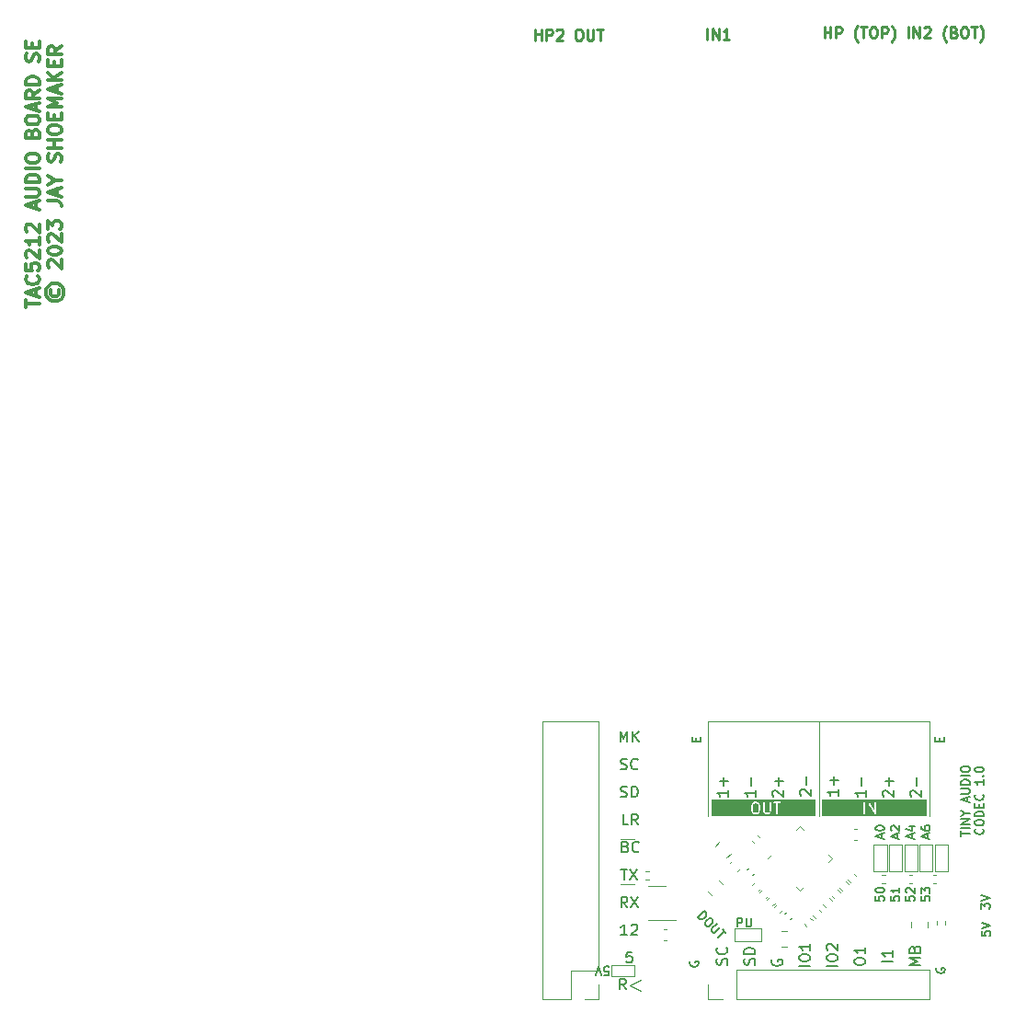
<source format=gbr>
%TF.GenerationSoftware,KiCad,Pcbnew,8.0.1*%
%TF.CreationDate,2024-04-07T09:18:40-04:00*%
%TF.ProjectId,tac5212_audio_board_single_ended,74616335-3231-4325-9f61-7564696f5f62,rev?*%
%TF.SameCoordinates,Original*%
%TF.FileFunction,Legend,Top*%
%TF.FilePolarity,Positive*%
%FSLAX46Y46*%
G04 Gerber Fmt 4.6, Leading zero omitted, Abs format (unit mm)*
G04 Created by KiCad (PCBNEW 8.0.1) date 2024-04-07 09:18:40*
%MOMM*%
%LPD*%
G01*
G04 APERTURE LIST*
%ADD10C,0.300000*%
%ADD11C,0.250000*%
%ADD12C,0.200000*%
%ADD13C,0.150000*%
%ADD14C,0.120000*%
%ADD15C,0.100000*%
G04 APERTURE END LIST*
D10*
X37906458Y-60321428D02*
X37906458Y-59607142D01*
X39156458Y-59964285D02*
X37906458Y-59964285D01*
X38799315Y-59249999D02*
X38799315Y-58654761D01*
X39156458Y-59369047D02*
X37906458Y-58952380D01*
X37906458Y-58952380D02*
X39156458Y-58535714D01*
X39037411Y-57404761D02*
X39096935Y-57464285D01*
X39096935Y-57464285D02*
X39156458Y-57642856D01*
X39156458Y-57642856D02*
X39156458Y-57761904D01*
X39156458Y-57761904D02*
X39096935Y-57940475D01*
X39096935Y-57940475D02*
X38977887Y-58059523D01*
X38977887Y-58059523D02*
X38858839Y-58119046D01*
X38858839Y-58119046D02*
X38620744Y-58178570D01*
X38620744Y-58178570D02*
X38442173Y-58178570D01*
X38442173Y-58178570D02*
X38204077Y-58119046D01*
X38204077Y-58119046D02*
X38085030Y-58059523D01*
X38085030Y-58059523D02*
X37965982Y-57940475D01*
X37965982Y-57940475D02*
X37906458Y-57761904D01*
X37906458Y-57761904D02*
X37906458Y-57642856D01*
X37906458Y-57642856D02*
X37965982Y-57464285D01*
X37965982Y-57464285D02*
X38025506Y-57404761D01*
X37906458Y-56273808D02*
X37906458Y-56869046D01*
X37906458Y-56869046D02*
X38501696Y-56928570D01*
X38501696Y-56928570D02*
X38442173Y-56869046D01*
X38442173Y-56869046D02*
X38382649Y-56749999D01*
X38382649Y-56749999D02*
X38382649Y-56452380D01*
X38382649Y-56452380D02*
X38442173Y-56333332D01*
X38442173Y-56333332D02*
X38501696Y-56273808D01*
X38501696Y-56273808D02*
X38620744Y-56214285D01*
X38620744Y-56214285D02*
X38918363Y-56214285D01*
X38918363Y-56214285D02*
X39037411Y-56273808D01*
X39037411Y-56273808D02*
X39096935Y-56333332D01*
X39096935Y-56333332D02*
X39156458Y-56452380D01*
X39156458Y-56452380D02*
X39156458Y-56749999D01*
X39156458Y-56749999D02*
X39096935Y-56869046D01*
X39096935Y-56869046D02*
X39037411Y-56928570D01*
X38025506Y-55738094D02*
X37965982Y-55678570D01*
X37965982Y-55678570D02*
X37906458Y-55559523D01*
X37906458Y-55559523D02*
X37906458Y-55261904D01*
X37906458Y-55261904D02*
X37965982Y-55142856D01*
X37965982Y-55142856D02*
X38025506Y-55083332D01*
X38025506Y-55083332D02*
X38144554Y-55023809D01*
X38144554Y-55023809D02*
X38263601Y-55023809D01*
X38263601Y-55023809D02*
X38442173Y-55083332D01*
X38442173Y-55083332D02*
X39156458Y-55797618D01*
X39156458Y-55797618D02*
X39156458Y-55023809D01*
X39156458Y-53833333D02*
X39156458Y-54547618D01*
X39156458Y-54190475D02*
X37906458Y-54190475D01*
X37906458Y-54190475D02*
X38085030Y-54309523D01*
X38085030Y-54309523D02*
X38204077Y-54428571D01*
X38204077Y-54428571D02*
X38263601Y-54547618D01*
X38025506Y-53357142D02*
X37965982Y-53297618D01*
X37965982Y-53297618D02*
X37906458Y-53178571D01*
X37906458Y-53178571D02*
X37906458Y-52880952D01*
X37906458Y-52880952D02*
X37965982Y-52761904D01*
X37965982Y-52761904D02*
X38025506Y-52702380D01*
X38025506Y-52702380D02*
X38144554Y-52642857D01*
X38144554Y-52642857D02*
X38263601Y-52642857D01*
X38263601Y-52642857D02*
X38442173Y-52702380D01*
X38442173Y-52702380D02*
X39156458Y-53416666D01*
X39156458Y-53416666D02*
X39156458Y-52642857D01*
X38799315Y-51214285D02*
X38799315Y-50619047D01*
X39156458Y-51333333D02*
X37906458Y-50916666D01*
X37906458Y-50916666D02*
X39156458Y-50500000D01*
X37906458Y-50083332D02*
X38918363Y-50083332D01*
X38918363Y-50083332D02*
X39037411Y-50023809D01*
X39037411Y-50023809D02*
X39096935Y-49964285D01*
X39096935Y-49964285D02*
X39156458Y-49845237D01*
X39156458Y-49845237D02*
X39156458Y-49607142D01*
X39156458Y-49607142D02*
X39096935Y-49488094D01*
X39096935Y-49488094D02*
X39037411Y-49428571D01*
X39037411Y-49428571D02*
X38918363Y-49369047D01*
X38918363Y-49369047D02*
X37906458Y-49369047D01*
X39156458Y-48773808D02*
X37906458Y-48773808D01*
X37906458Y-48773808D02*
X37906458Y-48476189D01*
X37906458Y-48476189D02*
X37965982Y-48297618D01*
X37965982Y-48297618D02*
X38085030Y-48178570D01*
X38085030Y-48178570D02*
X38204077Y-48119047D01*
X38204077Y-48119047D02*
X38442173Y-48059523D01*
X38442173Y-48059523D02*
X38620744Y-48059523D01*
X38620744Y-48059523D02*
X38858839Y-48119047D01*
X38858839Y-48119047D02*
X38977887Y-48178570D01*
X38977887Y-48178570D02*
X39096935Y-48297618D01*
X39096935Y-48297618D02*
X39156458Y-48476189D01*
X39156458Y-48476189D02*
X39156458Y-48773808D01*
X39156458Y-47523808D02*
X37906458Y-47523808D01*
X37906458Y-46690475D02*
X37906458Y-46452380D01*
X37906458Y-46452380D02*
X37965982Y-46333332D01*
X37965982Y-46333332D02*
X38085030Y-46214285D01*
X38085030Y-46214285D02*
X38323125Y-46154761D01*
X38323125Y-46154761D02*
X38739792Y-46154761D01*
X38739792Y-46154761D02*
X38977887Y-46214285D01*
X38977887Y-46214285D02*
X39096935Y-46333332D01*
X39096935Y-46333332D02*
X39156458Y-46452380D01*
X39156458Y-46452380D02*
X39156458Y-46690475D01*
X39156458Y-46690475D02*
X39096935Y-46809523D01*
X39096935Y-46809523D02*
X38977887Y-46928570D01*
X38977887Y-46928570D02*
X38739792Y-46988094D01*
X38739792Y-46988094D02*
X38323125Y-46988094D01*
X38323125Y-46988094D02*
X38085030Y-46928570D01*
X38085030Y-46928570D02*
X37965982Y-46809523D01*
X37965982Y-46809523D02*
X37906458Y-46690475D01*
X38501696Y-44249999D02*
X38561220Y-44071427D01*
X38561220Y-44071427D02*
X38620744Y-44011904D01*
X38620744Y-44011904D02*
X38739792Y-43952380D01*
X38739792Y-43952380D02*
X38918363Y-43952380D01*
X38918363Y-43952380D02*
X39037411Y-44011904D01*
X39037411Y-44011904D02*
X39096935Y-44071427D01*
X39096935Y-44071427D02*
X39156458Y-44190475D01*
X39156458Y-44190475D02*
X39156458Y-44666665D01*
X39156458Y-44666665D02*
X37906458Y-44666665D01*
X37906458Y-44666665D02*
X37906458Y-44249999D01*
X37906458Y-44249999D02*
X37965982Y-44130951D01*
X37965982Y-44130951D02*
X38025506Y-44071427D01*
X38025506Y-44071427D02*
X38144554Y-44011904D01*
X38144554Y-44011904D02*
X38263601Y-44011904D01*
X38263601Y-44011904D02*
X38382649Y-44071427D01*
X38382649Y-44071427D02*
X38442173Y-44130951D01*
X38442173Y-44130951D02*
X38501696Y-44249999D01*
X38501696Y-44249999D02*
X38501696Y-44666665D01*
X37906458Y-43178570D02*
X37906458Y-42940475D01*
X37906458Y-42940475D02*
X37965982Y-42821427D01*
X37965982Y-42821427D02*
X38085030Y-42702380D01*
X38085030Y-42702380D02*
X38323125Y-42642856D01*
X38323125Y-42642856D02*
X38739792Y-42642856D01*
X38739792Y-42642856D02*
X38977887Y-42702380D01*
X38977887Y-42702380D02*
X39096935Y-42821427D01*
X39096935Y-42821427D02*
X39156458Y-42940475D01*
X39156458Y-42940475D02*
X39156458Y-43178570D01*
X39156458Y-43178570D02*
X39096935Y-43297618D01*
X39096935Y-43297618D02*
X38977887Y-43416665D01*
X38977887Y-43416665D02*
X38739792Y-43476189D01*
X38739792Y-43476189D02*
X38323125Y-43476189D01*
X38323125Y-43476189D02*
X38085030Y-43416665D01*
X38085030Y-43416665D02*
X37965982Y-43297618D01*
X37965982Y-43297618D02*
X37906458Y-43178570D01*
X38799315Y-42166665D02*
X38799315Y-41571427D01*
X39156458Y-42285713D02*
X37906458Y-41869046D01*
X37906458Y-41869046D02*
X39156458Y-41452380D01*
X39156458Y-40321427D02*
X38561220Y-40738093D01*
X39156458Y-41035712D02*
X37906458Y-41035712D01*
X37906458Y-41035712D02*
X37906458Y-40559522D01*
X37906458Y-40559522D02*
X37965982Y-40440474D01*
X37965982Y-40440474D02*
X38025506Y-40380951D01*
X38025506Y-40380951D02*
X38144554Y-40321427D01*
X38144554Y-40321427D02*
X38323125Y-40321427D01*
X38323125Y-40321427D02*
X38442173Y-40380951D01*
X38442173Y-40380951D02*
X38501696Y-40440474D01*
X38501696Y-40440474D02*
X38561220Y-40559522D01*
X38561220Y-40559522D02*
X38561220Y-41035712D01*
X39156458Y-39785712D02*
X37906458Y-39785712D01*
X37906458Y-39785712D02*
X37906458Y-39488093D01*
X37906458Y-39488093D02*
X37965982Y-39309522D01*
X37965982Y-39309522D02*
X38085030Y-39190474D01*
X38085030Y-39190474D02*
X38204077Y-39130951D01*
X38204077Y-39130951D02*
X38442173Y-39071427D01*
X38442173Y-39071427D02*
X38620744Y-39071427D01*
X38620744Y-39071427D02*
X38858839Y-39130951D01*
X38858839Y-39130951D02*
X38977887Y-39190474D01*
X38977887Y-39190474D02*
X39096935Y-39309522D01*
X39096935Y-39309522D02*
X39156458Y-39488093D01*
X39156458Y-39488093D02*
X39156458Y-39785712D01*
X39096935Y-37642855D02*
X39156458Y-37464284D01*
X39156458Y-37464284D02*
X39156458Y-37166665D01*
X39156458Y-37166665D02*
X39096935Y-37047617D01*
X39096935Y-37047617D02*
X39037411Y-36988093D01*
X39037411Y-36988093D02*
X38918363Y-36928570D01*
X38918363Y-36928570D02*
X38799315Y-36928570D01*
X38799315Y-36928570D02*
X38680268Y-36988093D01*
X38680268Y-36988093D02*
X38620744Y-37047617D01*
X38620744Y-37047617D02*
X38561220Y-37166665D01*
X38561220Y-37166665D02*
X38501696Y-37404760D01*
X38501696Y-37404760D02*
X38442173Y-37523808D01*
X38442173Y-37523808D02*
X38382649Y-37583331D01*
X38382649Y-37583331D02*
X38263601Y-37642855D01*
X38263601Y-37642855D02*
X38144554Y-37642855D01*
X38144554Y-37642855D02*
X38025506Y-37583331D01*
X38025506Y-37583331D02*
X37965982Y-37523808D01*
X37965982Y-37523808D02*
X37906458Y-37404760D01*
X37906458Y-37404760D02*
X37906458Y-37107141D01*
X37906458Y-37107141D02*
X37965982Y-36928570D01*
X38501696Y-36392855D02*
X38501696Y-35976189D01*
X39156458Y-35797617D02*
X39156458Y-36392855D01*
X39156458Y-36392855D02*
X37906458Y-36392855D01*
X37906458Y-36392855D02*
X37906458Y-35797617D01*
X40216507Y-58654761D02*
X40156984Y-58773808D01*
X40156984Y-58773808D02*
X40156984Y-59011904D01*
X40156984Y-59011904D02*
X40216507Y-59130951D01*
X40216507Y-59130951D02*
X40335555Y-59249999D01*
X40335555Y-59249999D02*
X40454603Y-59309523D01*
X40454603Y-59309523D02*
X40692698Y-59309523D01*
X40692698Y-59309523D02*
X40811745Y-59249999D01*
X40811745Y-59249999D02*
X40930793Y-59130951D01*
X40930793Y-59130951D02*
X40990317Y-59011904D01*
X40990317Y-59011904D02*
X40990317Y-58773808D01*
X40990317Y-58773808D02*
X40930793Y-58654761D01*
X39740317Y-58892856D02*
X39799841Y-59190475D01*
X39799841Y-59190475D02*
X39978412Y-59488094D01*
X39978412Y-59488094D02*
X40276031Y-59666665D01*
X40276031Y-59666665D02*
X40573650Y-59726189D01*
X40573650Y-59726189D02*
X40871269Y-59666665D01*
X40871269Y-59666665D02*
X41168888Y-59488094D01*
X41168888Y-59488094D02*
X41347460Y-59190475D01*
X41347460Y-59190475D02*
X41406984Y-58892856D01*
X41406984Y-58892856D02*
X41347460Y-58595237D01*
X41347460Y-58595237D02*
X41168888Y-58297618D01*
X41168888Y-58297618D02*
X40871269Y-58119046D01*
X40871269Y-58119046D02*
X40573650Y-58059523D01*
X40573650Y-58059523D02*
X40276031Y-58119046D01*
X40276031Y-58119046D02*
X39978412Y-58297618D01*
X39978412Y-58297618D02*
X39799841Y-58595237D01*
X39799841Y-58595237D02*
X39740317Y-58892856D01*
X40037936Y-56630951D02*
X39978412Y-56571427D01*
X39978412Y-56571427D02*
X39918888Y-56452380D01*
X39918888Y-56452380D02*
X39918888Y-56154761D01*
X39918888Y-56154761D02*
X39978412Y-56035713D01*
X39978412Y-56035713D02*
X40037936Y-55976189D01*
X40037936Y-55976189D02*
X40156984Y-55916666D01*
X40156984Y-55916666D02*
X40276031Y-55916666D01*
X40276031Y-55916666D02*
X40454603Y-55976189D01*
X40454603Y-55976189D02*
X41168888Y-56690475D01*
X41168888Y-56690475D02*
X41168888Y-55916666D01*
X39918888Y-55142856D02*
X39918888Y-55023809D01*
X39918888Y-55023809D02*
X39978412Y-54904761D01*
X39978412Y-54904761D02*
X40037936Y-54845237D01*
X40037936Y-54845237D02*
X40156984Y-54785713D01*
X40156984Y-54785713D02*
X40395079Y-54726190D01*
X40395079Y-54726190D02*
X40692698Y-54726190D01*
X40692698Y-54726190D02*
X40930793Y-54785713D01*
X40930793Y-54785713D02*
X41049841Y-54845237D01*
X41049841Y-54845237D02*
X41109365Y-54904761D01*
X41109365Y-54904761D02*
X41168888Y-55023809D01*
X41168888Y-55023809D02*
X41168888Y-55142856D01*
X41168888Y-55142856D02*
X41109365Y-55261904D01*
X41109365Y-55261904D02*
X41049841Y-55321428D01*
X41049841Y-55321428D02*
X40930793Y-55380951D01*
X40930793Y-55380951D02*
X40692698Y-55440475D01*
X40692698Y-55440475D02*
X40395079Y-55440475D01*
X40395079Y-55440475D02*
X40156984Y-55380951D01*
X40156984Y-55380951D02*
X40037936Y-55321428D01*
X40037936Y-55321428D02*
X39978412Y-55261904D01*
X39978412Y-55261904D02*
X39918888Y-55142856D01*
X40037936Y-54249999D02*
X39978412Y-54190475D01*
X39978412Y-54190475D02*
X39918888Y-54071428D01*
X39918888Y-54071428D02*
X39918888Y-53773809D01*
X39918888Y-53773809D02*
X39978412Y-53654761D01*
X39978412Y-53654761D02*
X40037936Y-53595237D01*
X40037936Y-53595237D02*
X40156984Y-53535714D01*
X40156984Y-53535714D02*
X40276031Y-53535714D01*
X40276031Y-53535714D02*
X40454603Y-53595237D01*
X40454603Y-53595237D02*
X41168888Y-54309523D01*
X41168888Y-54309523D02*
X41168888Y-53535714D01*
X39918888Y-53119047D02*
X39918888Y-52345238D01*
X39918888Y-52345238D02*
X40395079Y-52761904D01*
X40395079Y-52761904D02*
X40395079Y-52583333D01*
X40395079Y-52583333D02*
X40454603Y-52464285D01*
X40454603Y-52464285D02*
X40514126Y-52404761D01*
X40514126Y-52404761D02*
X40633174Y-52345238D01*
X40633174Y-52345238D02*
X40930793Y-52345238D01*
X40930793Y-52345238D02*
X41049841Y-52404761D01*
X41049841Y-52404761D02*
X41109365Y-52464285D01*
X41109365Y-52464285D02*
X41168888Y-52583333D01*
X41168888Y-52583333D02*
X41168888Y-52940476D01*
X41168888Y-52940476D02*
X41109365Y-53059523D01*
X41109365Y-53059523D02*
X41049841Y-53119047D01*
X39918888Y-50500000D02*
X40811745Y-50500000D01*
X40811745Y-50500000D02*
X40990317Y-50559523D01*
X40990317Y-50559523D02*
X41109365Y-50678571D01*
X41109365Y-50678571D02*
X41168888Y-50857142D01*
X41168888Y-50857142D02*
X41168888Y-50976190D01*
X40811745Y-49964285D02*
X40811745Y-49369047D01*
X41168888Y-50083333D02*
X39918888Y-49666666D01*
X39918888Y-49666666D02*
X41168888Y-49250000D01*
X40573650Y-48595237D02*
X41168888Y-48595237D01*
X39918888Y-49011904D02*
X40573650Y-48595237D01*
X40573650Y-48595237D02*
X39918888Y-48178571D01*
X41109365Y-46869046D02*
X41168888Y-46690475D01*
X41168888Y-46690475D02*
X41168888Y-46392856D01*
X41168888Y-46392856D02*
X41109365Y-46273808D01*
X41109365Y-46273808D02*
X41049841Y-46214284D01*
X41049841Y-46214284D02*
X40930793Y-46154761D01*
X40930793Y-46154761D02*
X40811745Y-46154761D01*
X40811745Y-46154761D02*
X40692698Y-46214284D01*
X40692698Y-46214284D02*
X40633174Y-46273808D01*
X40633174Y-46273808D02*
X40573650Y-46392856D01*
X40573650Y-46392856D02*
X40514126Y-46630951D01*
X40514126Y-46630951D02*
X40454603Y-46749999D01*
X40454603Y-46749999D02*
X40395079Y-46809522D01*
X40395079Y-46809522D02*
X40276031Y-46869046D01*
X40276031Y-46869046D02*
X40156984Y-46869046D01*
X40156984Y-46869046D02*
X40037936Y-46809522D01*
X40037936Y-46809522D02*
X39978412Y-46749999D01*
X39978412Y-46749999D02*
X39918888Y-46630951D01*
X39918888Y-46630951D02*
X39918888Y-46333332D01*
X39918888Y-46333332D02*
X39978412Y-46154761D01*
X41168888Y-45619046D02*
X39918888Y-45619046D01*
X40514126Y-45619046D02*
X40514126Y-44904761D01*
X41168888Y-44904761D02*
X39918888Y-44904761D01*
X39918888Y-44071427D02*
X39918888Y-43833332D01*
X39918888Y-43833332D02*
X39978412Y-43714284D01*
X39978412Y-43714284D02*
X40097460Y-43595237D01*
X40097460Y-43595237D02*
X40335555Y-43535713D01*
X40335555Y-43535713D02*
X40752222Y-43535713D01*
X40752222Y-43535713D02*
X40990317Y-43595237D01*
X40990317Y-43595237D02*
X41109365Y-43714284D01*
X41109365Y-43714284D02*
X41168888Y-43833332D01*
X41168888Y-43833332D02*
X41168888Y-44071427D01*
X41168888Y-44071427D02*
X41109365Y-44190475D01*
X41109365Y-44190475D02*
X40990317Y-44309522D01*
X40990317Y-44309522D02*
X40752222Y-44369046D01*
X40752222Y-44369046D02*
X40335555Y-44369046D01*
X40335555Y-44369046D02*
X40097460Y-44309522D01*
X40097460Y-44309522D02*
X39978412Y-44190475D01*
X39978412Y-44190475D02*
X39918888Y-44071427D01*
X40514126Y-42999998D02*
X40514126Y-42583332D01*
X41168888Y-42404760D02*
X41168888Y-42999998D01*
X41168888Y-42999998D02*
X39918888Y-42999998D01*
X39918888Y-42999998D02*
X39918888Y-42404760D01*
X41168888Y-41869046D02*
X39918888Y-41869046D01*
X39918888Y-41869046D02*
X40811745Y-41452380D01*
X40811745Y-41452380D02*
X39918888Y-41035713D01*
X39918888Y-41035713D02*
X41168888Y-41035713D01*
X40811745Y-40499999D02*
X40811745Y-39904761D01*
X41168888Y-40619047D02*
X39918888Y-40202380D01*
X39918888Y-40202380D02*
X41168888Y-39785714D01*
X41168888Y-39369046D02*
X39918888Y-39369046D01*
X41168888Y-38654761D02*
X40454603Y-39190475D01*
X39918888Y-38654761D02*
X40633174Y-39369046D01*
X40514126Y-38119046D02*
X40514126Y-37702380D01*
X41168888Y-37523808D02*
X41168888Y-38119046D01*
X41168888Y-38119046D02*
X39918888Y-38119046D01*
X39918888Y-38119046D02*
X39918888Y-37523808D01*
X41168888Y-36273809D02*
X40573650Y-36690475D01*
X41168888Y-36988094D02*
X39918888Y-36988094D01*
X39918888Y-36988094D02*
X39918888Y-36511904D01*
X39918888Y-36511904D02*
X39978412Y-36392856D01*
X39978412Y-36392856D02*
X40037936Y-36333333D01*
X40037936Y-36333333D02*
X40156984Y-36273809D01*
X40156984Y-36273809D02*
X40335555Y-36273809D01*
X40335555Y-36273809D02*
X40454603Y-36333333D01*
X40454603Y-36333333D02*
X40514126Y-36392856D01*
X40514126Y-36392856D02*
X40573650Y-36511904D01*
X40573650Y-36511904D02*
X40573650Y-36988094D01*
D11*
X111440475Y-35489619D02*
X111440475Y-34489619D01*
X111440475Y-34965809D02*
X112011903Y-34965809D01*
X112011903Y-35489619D02*
X112011903Y-34489619D01*
X112488094Y-35489619D02*
X112488094Y-34489619D01*
X112488094Y-34489619D02*
X112869046Y-34489619D01*
X112869046Y-34489619D02*
X112964284Y-34537238D01*
X112964284Y-34537238D02*
X113011903Y-34584857D01*
X113011903Y-34584857D02*
X113059522Y-34680095D01*
X113059522Y-34680095D02*
X113059522Y-34822952D01*
X113059522Y-34822952D02*
X113011903Y-34918190D01*
X113011903Y-34918190D02*
X112964284Y-34965809D01*
X112964284Y-34965809D02*
X112869046Y-35013428D01*
X112869046Y-35013428D02*
X112488094Y-35013428D01*
X114535713Y-35870571D02*
X114488094Y-35822952D01*
X114488094Y-35822952D02*
X114392856Y-35680095D01*
X114392856Y-35680095D02*
X114345237Y-35584857D01*
X114345237Y-35584857D02*
X114297618Y-35442000D01*
X114297618Y-35442000D02*
X114249999Y-35203904D01*
X114249999Y-35203904D02*
X114249999Y-35013428D01*
X114249999Y-35013428D02*
X114297618Y-34775333D01*
X114297618Y-34775333D02*
X114345237Y-34632476D01*
X114345237Y-34632476D02*
X114392856Y-34537238D01*
X114392856Y-34537238D02*
X114488094Y-34394380D01*
X114488094Y-34394380D02*
X114535713Y-34346761D01*
X114773809Y-34489619D02*
X115345237Y-34489619D01*
X115059523Y-35489619D02*
X115059523Y-34489619D01*
X115869047Y-34489619D02*
X116059523Y-34489619D01*
X116059523Y-34489619D02*
X116154761Y-34537238D01*
X116154761Y-34537238D02*
X116249999Y-34632476D01*
X116249999Y-34632476D02*
X116297618Y-34822952D01*
X116297618Y-34822952D02*
X116297618Y-35156285D01*
X116297618Y-35156285D02*
X116249999Y-35346761D01*
X116249999Y-35346761D02*
X116154761Y-35442000D01*
X116154761Y-35442000D02*
X116059523Y-35489619D01*
X116059523Y-35489619D02*
X115869047Y-35489619D01*
X115869047Y-35489619D02*
X115773809Y-35442000D01*
X115773809Y-35442000D02*
X115678571Y-35346761D01*
X115678571Y-35346761D02*
X115630952Y-35156285D01*
X115630952Y-35156285D02*
X115630952Y-34822952D01*
X115630952Y-34822952D02*
X115678571Y-34632476D01*
X115678571Y-34632476D02*
X115773809Y-34537238D01*
X115773809Y-34537238D02*
X115869047Y-34489619D01*
X116726190Y-35489619D02*
X116726190Y-34489619D01*
X116726190Y-34489619D02*
X117107142Y-34489619D01*
X117107142Y-34489619D02*
X117202380Y-34537238D01*
X117202380Y-34537238D02*
X117249999Y-34584857D01*
X117249999Y-34584857D02*
X117297618Y-34680095D01*
X117297618Y-34680095D02*
X117297618Y-34822952D01*
X117297618Y-34822952D02*
X117249999Y-34918190D01*
X117249999Y-34918190D02*
X117202380Y-34965809D01*
X117202380Y-34965809D02*
X117107142Y-35013428D01*
X117107142Y-35013428D02*
X116726190Y-35013428D01*
X117630952Y-35870571D02*
X117678571Y-35822952D01*
X117678571Y-35822952D02*
X117773809Y-35680095D01*
X117773809Y-35680095D02*
X117821428Y-35584857D01*
X117821428Y-35584857D02*
X117869047Y-35442000D01*
X117869047Y-35442000D02*
X117916666Y-35203904D01*
X117916666Y-35203904D02*
X117916666Y-35013428D01*
X117916666Y-35013428D02*
X117869047Y-34775333D01*
X117869047Y-34775333D02*
X117821428Y-34632476D01*
X117821428Y-34632476D02*
X117773809Y-34537238D01*
X117773809Y-34537238D02*
X117678571Y-34394380D01*
X117678571Y-34394380D02*
X117630952Y-34346761D01*
X119154762Y-35489619D02*
X119154762Y-34489619D01*
X119630952Y-35489619D02*
X119630952Y-34489619D01*
X119630952Y-34489619D02*
X120202380Y-35489619D01*
X120202380Y-35489619D02*
X120202380Y-34489619D01*
X120630952Y-34584857D02*
X120678571Y-34537238D01*
X120678571Y-34537238D02*
X120773809Y-34489619D01*
X120773809Y-34489619D02*
X121011904Y-34489619D01*
X121011904Y-34489619D02*
X121107142Y-34537238D01*
X121107142Y-34537238D02*
X121154761Y-34584857D01*
X121154761Y-34584857D02*
X121202380Y-34680095D01*
X121202380Y-34680095D02*
X121202380Y-34775333D01*
X121202380Y-34775333D02*
X121154761Y-34918190D01*
X121154761Y-34918190D02*
X120583333Y-35489619D01*
X120583333Y-35489619D02*
X121202380Y-35489619D01*
X122678571Y-35870571D02*
X122630952Y-35822952D01*
X122630952Y-35822952D02*
X122535714Y-35680095D01*
X122535714Y-35680095D02*
X122488095Y-35584857D01*
X122488095Y-35584857D02*
X122440476Y-35442000D01*
X122440476Y-35442000D02*
X122392857Y-35203904D01*
X122392857Y-35203904D02*
X122392857Y-35013428D01*
X122392857Y-35013428D02*
X122440476Y-34775333D01*
X122440476Y-34775333D02*
X122488095Y-34632476D01*
X122488095Y-34632476D02*
X122535714Y-34537238D01*
X122535714Y-34537238D02*
X122630952Y-34394380D01*
X122630952Y-34394380D02*
X122678571Y-34346761D01*
X123392857Y-34965809D02*
X123535714Y-35013428D01*
X123535714Y-35013428D02*
X123583333Y-35061047D01*
X123583333Y-35061047D02*
X123630952Y-35156285D01*
X123630952Y-35156285D02*
X123630952Y-35299142D01*
X123630952Y-35299142D02*
X123583333Y-35394380D01*
X123583333Y-35394380D02*
X123535714Y-35442000D01*
X123535714Y-35442000D02*
X123440476Y-35489619D01*
X123440476Y-35489619D02*
X123059524Y-35489619D01*
X123059524Y-35489619D02*
X123059524Y-34489619D01*
X123059524Y-34489619D02*
X123392857Y-34489619D01*
X123392857Y-34489619D02*
X123488095Y-34537238D01*
X123488095Y-34537238D02*
X123535714Y-34584857D01*
X123535714Y-34584857D02*
X123583333Y-34680095D01*
X123583333Y-34680095D02*
X123583333Y-34775333D01*
X123583333Y-34775333D02*
X123535714Y-34870571D01*
X123535714Y-34870571D02*
X123488095Y-34918190D01*
X123488095Y-34918190D02*
X123392857Y-34965809D01*
X123392857Y-34965809D02*
X123059524Y-34965809D01*
X124250000Y-34489619D02*
X124440476Y-34489619D01*
X124440476Y-34489619D02*
X124535714Y-34537238D01*
X124535714Y-34537238D02*
X124630952Y-34632476D01*
X124630952Y-34632476D02*
X124678571Y-34822952D01*
X124678571Y-34822952D02*
X124678571Y-35156285D01*
X124678571Y-35156285D02*
X124630952Y-35346761D01*
X124630952Y-35346761D02*
X124535714Y-35442000D01*
X124535714Y-35442000D02*
X124440476Y-35489619D01*
X124440476Y-35489619D02*
X124250000Y-35489619D01*
X124250000Y-35489619D02*
X124154762Y-35442000D01*
X124154762Y-35442000D02*
X124059524Y-35346761D01*
X124059524Y-35346761D02*
X124011905Y-35156285D01*
X124011905Y-35156285D02*
X124011905Y-34822952D01*
X124011905Y-34822952D02*
X124059524Y-34632476D01*
X124059524Y-34632476D02*
X124154762Y-34537238D01*
X124154762Y-34537238D02*
X124250000Y-34489619D01*
X124964286Y-34489619D02*
X125535714Y-34489619D01*
X125250000Y-35489619D02*
X125250000Y-34489619D01*
X125773810Y-35870571D02*
X125821429Y-35822952D01*
X125821429Y-35822952D02*
X125916667Y-35680095D01*
X125916667Y-35680095D02*
X125964286Y-35584857D01*
X125964286Y-35584857D02*
X126011905Y-35442000D01*
X126011905Y-35442000D02*
X126059524Y-35203904D01*
X126059524Y-35203904D02*
X126059524Y-35013428D01*
X126059524Y-35013428D02*
X126011905Y-34775333D01*
X126011905Y-34775333D02*
X125964286Y-34632476D01*
X125964286Y-34632476D02*
X125916667Y-34537238D01*
X125916667Y-34537238D02*
X125821429Y-34394380D01*
X125821429Y-34394380D02*
X125773810Y-34346761D01*
X100650000Y-35629619D02*
X100650000Y-34629619D01*
X101126190Y-35629619D02*
X101126190Y-34629619D01*
X101126190Y-34629619D02*
X101697618Y-35629619D01*
X101697618Y-35629619D02*
X101697618Y-34629619D01*
X102697618Y-35629619D02*
X102126190Y-35629619D01*
X102411904Y-35629619D02*
X102411904Y-34629619D01*
X102411904Y-34629619D02*
X102316666Y-34772476D01*
X102316666Y-34772476D02*
X102221428Y-34867714D01*
X102221428Y-34867714D02*
X102126190Y-34915333D01*
X84788571Y-35699619D02*
X84788571Y-34699619D01*
X84788571Y-35175809D02*
X85359999Y-35175809D01*
X85359999Y-35699619D02*
X85359999Y-34699619D01*
X85836190Y-35699619D02*
X85836190Y-34699619D01*
X85836190Y-34699619D02*
X86217142Y-34699619D01*
X86217142Y-34699619D02*
X86312380Y-34747238D01*
X86312380Y-34747238D02*
X86359999Y-34794857D01*
X86359999Y-34794857D02*
X86407618Y-34890095D01*
X86407618Y-34890095D02*
X86407618Y-35032952D01*
X86407618Y-35032952D02*
X86359999Y-35128190D01*
X86359999Y-35128190D02*
X86312380Y-35175809D01*
X86312380Y-35175809D02*
X86217142Y-35223428D01*
X86217142Y-35223428D02*
X85836190Y-35223428D01*
X86788571Y-34794857D02*
X86836190Y-34747238D01*
X86836190Y-34747238D02*
X86931428Y-34699619D01*
X86931428Y-34699619D02*
X87169523Y-34699619D01*
X87169523Y-34699619D02*
X87264761Y-34747238D01*
X87264761Y-34747238D02*
X87312380Y-34794857D01*
X87312380Y-34794857D02*
X87359999Y-34890095D01*
X87359999Y-34890095D02*
X87359999Y-34985333D01*
X87359999Y-34985333D02*
X87312380Y-35128190D01*
X87312380Y-35128190D02*
X86740952Y-35699619D01*
X86740952Y-35699619D02*
X87359999Y-35699619D01*
X88740952Y-34699619D02*
X88931428Y-34699619D01*
X88931428Y-34699619D02*
X89026666Y-34747238D01*
X89026666Y-34747238D02*
X89121904Y-34842476D01*
X89121904Y-34842476D02*
X89169523Y-35032952D01*
X89169523Y-35032952D02*
X89169523Y-35366285D01*
X89169523Y-35366285D02*
X89121904Y-35556761D01*
X89121904Y-35556761D02*
X89026666Y-35652000D01*
X89026666Y-35652000D02*
X88931428Y-35699619D01*
X88931428Y-35699619D02*
X88740952Y-35699619D01*
X88740952Y-35699619D02*
X88645714Y-35652000D01*
X88645714Y-35652000D02*
X88550476Y-35556761D01*
X88550476Y-35556761D02*
X88502857Y-35366285D01*
X88502857Y-35366285D02*
X88502857Y-35032952D01*
X88502857Y-35032952D02*
X88550476Y-34842476D01*
X88550476Y-34842476D02*
X88645714Y-34747238D01*
X88645714Y-34747238D02*
X88740952Y-34699619D01*
X89598095Y-34699619D02*
X89598095Y-35509142D01*
X89598095Y-35509142D02*
X89645714Y-35604380D01*
X89645714Y-35604380D02*
X89693333Y-35652000D01*
X89693333Y-35652000D02*
X89788571Y-35699619D01*
X89788571Y-35699619D02*
X89979047Y-35699619D01*
X89979047Y-35699619D02*
X90074285Y-35652000D01*
X90074285Y-35652000D02*
X90121904Y-35604380D01*
X90121904Y-35604380D02*
X90169523Y-35509142D01*
X90169523Y-35509142D02*
X90169523Y-34699619D01*
X90502857Y-34699619D02*
X91074285Y-34699619D01*
X90788571Y-35699619D02*
X90788571Y-34699619D01*
D12*
X124027695Y-108957141D02*
X124027695Y-108499998D01*
X124827695Y-108728570D02*
X124027695Y-108728570D01*
X124827695Y-108233331D02*
X124027695Y-108233331D01*
X124827695Y-107852379D02*
X124027695Y-107852379D01*
X124027695Y-107852379D02*
X124827695Y-107395236D01*
X124827695Y-107395236D02*
X124027695Y-107395236D01*
X124446742Y-106861903D02*
X124827695Y-106861903D01*
X124027695Y-107128570D02*
X124446742Y-106861903D01*
X124446742Y-106861903D02*
X124027695Y-106595237D01*
X124599123Y-105757142D02*
X124599123Y-105376189D01*
X124827695Y-105833332D02*
X124027695Y-105566665D01*
X124027695Y-105566665D02*
X124827695Y-105299999D01*
X124027695Y-105033332D02*
X124675314Y-105033332D01*
X124675314Y-105033332D02*
X124751504Y-104995237D01*
X124751504Y-104995237D02*
X124789600Y-104957142D01*
X124789600Y-104957142D02*
X124827695Y-104880951D01*
X124827695Y-104880951D02*
X124827695Y-104728570D01*
X124827695Y-104728570D02*
X124789600Y-104652380D01*
X124789600Y-104652380D02*
X124751504Y-104614285D01*
X124751504Y-104614285D02*
X124675314Y-104576189D01*
X124675314Y-104576189D02*
X124027695Y-104576189D01*
X124827695Y-104195237D02*
X124027695Y-104195237D01*
X124027695Y-104195237D02*
X124027695Y-104004761D01*
X124027695Y-104004761D02*
X124065790Y-103890475D01*
X124065790Y-103890475D02*
X124141980Y-103814285D01*
X124141980Y-103814285D02*
X124218171Y-103776190D01*
X124218171Y-103776190D02*
X124370552Y-103738094D01*
X124370552Y-103738094D02*
X124484838Y-103738094D01*
X124484838Y-103738094D02*
X124637219Y-103776190D01*
X124637219Y-103776190D02*
X124713409Y-103814285D01*
X124713409Y-103814285D02*
X124789600Y-103890475D01*
X124789600Y-103890475D02*
X124827695Y-104004761D01*
X124827695Y-104004761D02*
X124827695Y-104195237D01*
X124827695Y-103395237D02*
X124027695Y-103395237D01*
X124027695Y-102861904D02*
X124027695Y-102709523D01*
X124027695Y-102709523D02*
X124065790Y-102633333D01*
X124065790Y-102633333D02*
X124141980Y-102557142D01*
X124141980Y-102557142D02*
X124294361Y-102519047D01*
X124294361Y-102519047D02*
X124561028Y-102519047D01*
X124561028Y-102519047D02*
X124713409Y-102557142D01*
X124713409Y-102557142D02*
X124789600Y-102633333D01*
X124789600Y-102633333D02*
X124827695Y-102709523D01*
X124827695Y-102709523D02*
X124827695Y-102861904D01*
X124827695Y-102861904D02*
X124789600Y-102938095D01*
X124789600Y-102938095D02*
X124713409Y-103014285D01*
X124713409Y-103014285D02*
X124561028Y-103052381D01*
X124561028Y-103052381D02*
X124294361Y-103052381D01*
X124294361Y-103052381D02*
X124141980Y-103014285D01*
X124141980Y-103014285D02*
X124065790Y-102938095D01*
X124065790Y-102938095D02*
X124027695Y-102861904D01*
X126039459Y-108290475D02*
X126077555Y-108328571D01*
X126077555Y-108328571D02*
X126115650Y-108442856D01*
X126115650Y-108442856D02*
X126115650Y-108519047D01*
X126115650Y-108519047D02*
X126077555Y-108633333D01*
X126077555Y-108633333D02*
X126001364Y-108709523D01*
X126001364Y-108709523D02*
X125925174Y-108747618D01*
X125925174Y-108747618D02*
X125772793Y-108785714D01*
X125772793Y-108785714D02*
X125658507Y-108785714D01*
X125658507Y-108785714D02*
X125506126Y-108747618D01*
X125506126Y-108747618D02*
X125429935Y-108709523D01*
X125429935Y-108709523D02*
X125353745Y-108633333D01*
X125353745Y-108633333D02*
X125315650Y-108519047D01*
X125315650Y-108519047D02*
X125315650Y-108442856D01*
X125315650Y-108442856D02*
X125353745Y-108328571D01*
X125353745Y-108328571D02*
X125391840Y-108290475D01*
X125315650Y-107795237D02*
X125315650Y-107642856D01*
X125315650Y-107642856D02*
X125353745Y-107566666D01*
X125353745Y-107566666D02*
X125429935Y-107490475D01*
X125429935Y-107490475D02*
X125582316Y-107452380D01*
X125582316Y-107452380D02*
X125848983Y-107452380D01*
X125848983Y-107452380D02*
X126001364Y-107490475D01*
X126001364Y-107490475D02*
X126077555Y-107566666D01*
X126077555Y-107566666D02*
X126115650Y-107642856D01*
X126115650Y-107642856D02*
X126115650Y-107795237D01*
X126115650Y-107795237D02*
X126077555Y-107871428D01*
X126077555Y-107871428D02*
X126001364Y-107947618D01*
X126001364Y-107947618D02*
X125848983Y-107985714D01*
X125848983Y-107985714D02*
X125582316Y-107985714D01*
X125582316Y-107985714D02*
X125429935Y-107947618D01*
X125429935Y-107947618D02*
X125353745Y-107871428D01*
X125353745Y-107871428D02*
X125315650Y-107795237D01*
X126115650Y-107109523D02*
X125315650Y-107109523D01*
X125315650Y-107109523D02*
X125315650Y-106919047D01*
X125315650Y-106919047D02*
X125353745Y-106804761D01*
X125353745Y-106804761D02*
X125429935Y-106728571D01*
X125429935Y-106728571D02*
X125506126Y-106690476D01*
X125506126Y-106690476D02*
X125658507Y-106652380D01*
X125658507Y-106652380D02*
X125772793Y-106652380D01*
X125772793Y-106652380D02*
X125925174Y-106690476D01*
X125925174Y-106690476D02*
X126001364Y-106728571D01*
X126001364Y-106728571D02*
X126077555Y-106804761D01*
X126077555Y-106804761D02*
X126115650Y-106919047D01*
X126115650Y-106919047D02*
X126115650Y-107109523D01*
X125696602Y-106309523D02*
X125696602Y-106042857D01*
X126115650Y-105928571D02*
X126115650Y-106309523D01*
X126115650Y-106309523D02*
X125315650Y-106309523D01*
X125315650Y-106309523D02*
X125315650Y-105928571D01*
X126039459Y-105128570D02*
X126077555Y-105166666D01*
X126077555Y-105166666D02*
X126115650Y-105280951D01*
X126115650Y-105280951D02*
X126115650Y-105357142D01*
X126115650Y-105357142D02*
X126077555Y-105471428D01*
X126077555Y-105471428D02*
X126001364Y-105547618D01*
X126001364Y-105547618D02*
X125925174Y-105585713D01*
X125925174Y-105585713D02*
X125772793Y-105623809D01*
X125772793Y-105623809D02*
X125658507Y-105623809D01*
X125658507Y-105623809D02*
X125506126Y-105585713D01*
X125506126Y-105585713D02*
X125429935Y-105547618D01*
X125429935Y-105547618D02*
X125353745Y-105471428D01*
X125353745Y-105471428D02*
X125315650Y-105357142D01*
X125315650Y-105357142D02*
X125315650Y-105280951D01*
X125315650Y-105280951D02*
X125353745Y-105166666D01*
X125353745Y-105166666D02*
X125391840Y-105128570D01*
X126115650Y-103757142D02*
X126115650Y-104214285D01*
X126115650Y-103985713D02*
X125315650Y-103985713D01*
X125315650Y-103985713D02*
X125429935Y-104061904D01*
X125429935Y-104061904D02*
X125506126Y-104138094D01*
X125506126Y-104138094D02*
X125544221Y-104214285D01*
X126039459Y-103414284D02*
X126077555Y-103376189D01*
X126077555Y-103376189D02*
X126115650Y-103414284D01*
X126115650Y-103414284D02*
X126077555Y-103452380D01*
X126077555Y-103452380D02*
X126039459Y-103414284D01*
X126039459Y-103414284D02*
X126115650Y-103414284D01*
X125315650Y-102880951D02*
X125315650Y-102804761D01*
X125315650Y-102804761D02*
X125353745Y-102728570D01*
X125353745Y-102728570D02*
X125391840Y-102690475D01*
X125391840Y-102690475D02*
X125468031Y-102652380D01*
X125468031Y-102652380D02*
X125620412Y-102614285D01*
X125620412Y-102614285D02*
X125810888Y-102614285D01*
X125810888Y-102614285D02*
X125963269Y-102652380D01*
X125963269Y-102652380D02*
X126039459Y-102690475D01*
X126039459Y-102690475D02*
X126077555Y-102728570D01*
X126077555Y-102728570D02*
X126115650Y-102804761D01*
X126115650Y-102804761D02*
X126115650Y-102880951D01*
X126115650Y-102880951D02*
X126077555Y-102957142D01*
X126077555Y-102957142D02*
X126039459Y-102995237D01*
X126039459Y-102995237D02*
X125963269Y-103033332D01*
X125963269Y-103033332D02*
X125810888Y-103071428D01*
X125810888Y-103071428D02*
X125620412Y-103071428D01*
X125620412Y-103071428D02*
X125468031Y-103033332D01*
X125468031Y-103033332D02*
X125391840Y-102995237D01*
X125391840Y-102995237D02*
X125353745Y-102957142D01*
X125353745Y-102957142D02*
X125315650Y-102880951D01*
D13*
X92710595Y-111984819D02*
X93282023Y-111984819D01*
X92996309Y-112984819D02*
X92996309Y-111984819D01*
X93520119Y-111984819D02*
X94186785Y-112984819D01*
X94186785Y-111984819D02*
X93520119Y-112984819D01*
X125884795Y-115614523D02*
X125884795Y-115119285D01*
X125884795Y-115119285D02*
X126189557Y-115385951D01*
X126189557Y-115385951D02*
X126189557Y-115271666D01*
X126189557Y-115271666D02*
X126227652Y-115195475D01*
X126227652Y-115195475D02*
X126265747Y-115157380D01*
X126265747Y-115157380D02*
X126341938Y-115119285D01*
X126341938Y-115119285D02*
X126532414Y-115119285D01*
X126532414Y-115119285D02*
X126608604Y-115157380D01*
X126608604Y-115157380D02*
X126646700Y-115195475D01*
X126646700Y-115195475D02*
X126684795Y-115271666D01*
X126684795Y-115271666D02*
X126684795Y-115500237D01*
X126684795Y-115500237D02*
X126646700Y-115576428D01*
X126646700Y-115576428D02*
X126608604Y-115614523D01*
X125884795Y-114890713D02*
X126684795Y-114624046D01*
X126684795Y-114624046D02*
X125884795Y-114357380D01*
X112727319Y-104638333D02*
X112727319Y-105209761D01*
X112727319Y-104924047D02*
X111727319Y-104924047D01*
X111727319Y-104924047D02*
X111870176Y-105019285D01*
X111870176Y-105019285D02*
X111965414Y-105114523D01*
X111965414Y-105114523D02*
X112013033Y-105209761D01*
X112346366Y-104209761D02*
X112346366Y-103447857D01*
X112727319Y-103828809D02*
X111965414Y-103828809D01*
X112667319Y-120904999D02*
X111667319Y-120904999D01*
X111667319Y-120238333D02*
X111667319Y-120047857D01*
X111667319Y-120047857D02*
X111714938Y-119952619D01*
X111714938Y-119952619D02*
X111810176Y-119857381D01*
X111810176Y-119857381D02*
X112000652Y-119809762D01*
X112000652Y-119809762D02*
X112333985Y-119809762D01*
X112333985Y-119809762D02*
X112524461Y-119857381D01*
X112524461Y-119857381D02*
X112619700Y-119952619D01*
X112619700Y-119952619D02*
X112667319Y-120047857D01*
X112667319Y-120047857D02*
X112667319Y-120238333D01*
X112667319Y-120238333D02*
X112619700Y-120333571D01*
X112619700Y-120333571D02*
X112524461Y-120428809D01*
X112524461Y-120428809D02*
X112333985Y-120476428D01*
X112333985Y-120476428D02*
X112000652Y-120476428D01*
X112000652Y-120476428D02*
X111810176Y-120428809D01*
X111810176Y-120428809D02*
X111714938Y-120333571D01*
X111714938Y-120333571D02*
X111667319Y-120238333D01*
X111762557Y-119428809D02*
X111714938Y-119381190D01*
X111714938Y-119381190D02*
X111667319Y-119285952D01*
X111667319Y-119285952D02*
X111667319Y-119047857D01*
X111667319Y-119047857D02*
X111714938Y-118952619D01*
X111714938Y-118952619D02*
X111762557Y-118905000D01*
X111762557Y-118905000D02*
X111857795Y-118857381D01*
X111857795Y-118857381D02*
X111953033Y-118857381D01*
X111953033Y-118857381D02*
X112095890Y-118905000D01*
X112095890Y-118905000D02*
X112667319Y-119476428D01*
X112667319Y-119476428D02*
X112667319Y-118857381D01*
X93710595Y-119604819D02*
X93234405Y-119604819D01*
X93234405Y-119604819D02*
X93186786Y-120081009D01*
X93186786Y-120081009D02*
X93234405Y-120033390D01*
X93234405Y-120033390D02*
X93329643Y-119985771D01*
X93329643Y-119985771D02*
X93567738Y-119985771D01*
X93567738Y-119985771D02*
X93662976Y-120033390D01*
X93662976Y-120033390D02*
X93710595Y-120081009D01*
X93710595Y-120081009D02*
X93758214Y-120176247D01*
X93758214Y-120176247D02*
X93758214Y-120414342D01*
X93758214Y-120414342D02*
X93710595Y-120509580D01*
X93710595Y-120509580D02*
X93662976Y-120557200D01*
X93662976Y-120557200D02*
X93567738Y-120604819D01*
X93567738Y-120604819D02*
X93329643Y-120604819D01*
X93329643Y-120604819D02*
X93234405Y-120557200D01*
X93234405Y-120557200D02*
X93186786Y-120509580D01*
X102567319Y-104733333D02*
X102567319Y-105304761D01*
X102567319Y-105019047D02*
X101567319Y-105019047D01*
X101567319Y-105019047D02*
X101710176Y-105114285D01*
X101710176Y-105114285D02*
X101805414Y-105209523D01*
X101805414Y-105209523D02*
X101853033Y-105304761D01*
X102186366Y-104304761D02*
X102186366Y-103542857D01*
X102567319Y-103923809D02*
X101805414Y-103923809D01*
X115267319Y-104733333D02*
X115267319Y-105304761D01*
X115267319Y-105019047D02*
X114267319Y-105019047D01*
X114267319Y-105019047D02*
X114410176Y-105114285D01*
X114410176Y-105114285D02*
X114505414Y-105209523D01*
X114505414Y-105209523D02*
X114553033Y-105304761D01*
X114886366Y-104304761D02*
X114886366Y-103542857D01*
X125914795Y-117707380D02*
X125914795Y-118088332D01*
X125914795Y-118088332D02*
X126295747Y-118126428D01*
X126295747Y-118126428D02*
X126257652Y-118088332D01*
X126257652Y-118088332D02*
X126219557Y-118012142D01*
X126219557Y-118012142D02*
X126219557Y-117821666D01*
X126219557Y-117821666D02*
X126257652Y-117745475D01*
X126257652Y-117745475D02*
X126295747Y-117707380D01*
X126295747Y-117707380D02*
X126371938Y-117669285D01*
X126371938Y-117669285D02*
X126562414Y-117669285D01*
X126562414Y-117669285D02*
X126638604Y-117707380D01*
X126638604Y-117707380D02*
X126676700Y-117745475D01*
X126676700Y-117745475D02*
X126714795Y-117821666D01*
X126714795Y-117821666D02*
X126714795Y-118012142D01*
X126714795Y-118012142D02*
X126676700Y-118088332D01*
X126676700Y-118088332D02*
X126638604Y-118126428D01*
X125914795Y-117440713D02*
X126714795Y-117174046D01*
X126714795Y-117174046D02*
X125914795Y-116907380D01*
X92639167Y-100284819D02*
X92639167Y-99284819D01*
X92639167Y-99284819D02*
X92972500Y-99999104D01*
X92972500Y-99999104D02*
X93305833Y-99284819D01*
X93305833Y-99284819D02*
X93305833Y-100284819D01*
X93782024Y-100284819D02*
X93782024Y-99284819D01*
X94353452Y-100284819D02*
X93924881Y-99713390D01*
X94353452Y-99284819D02*
X93782024Y-99856247D01*
X116902557Y-105304761D02*
X116854938Y-105257142D01*
X116854938Y-105257142D02*
X116807319Y-105161904D01*
X116807319Y-105161904D02*
X116807319Y-104923809D01*
X116807319Y-104923809D02*
X116854938Y-104828571D01*
X116854938Y-104828571D02*
X116902557Y-104780952D01*
X116902557Y-104780952D02*
X116997795Y-104733333D01*
X116997795Y-104733333D02*
X117093033Y-104733333D01*
X117093033Y-104733333D02*
X117235890Y-104780952D01*
X117235890Y-104780952D02*
X117807319Y-105352380D01*
X117807319Y-105352380D02*
X117807319Y-104733333D01*
X117426366Y-104304761D02*
X117426366Y-103542857D01*
X117807319Y-103923809D02*
X117045414Y-103923809D01*
X93192023Y-123059819D02*
X92858690Y-122583628D01*
X92620595Y-123059819D02*
X92620595Y-122059819D01*
X92620595Y-122059819D02*
X93001547Y-122059819D01*
X93001547Y-122059819D02*
X93096785Y-122107438D01*
X93096785Y-122107438D02*
X93144404Y-122155057D01*
X93144404Y-122155057D02*
X93192023Y-122250295D01*
X93192023Y-122250295D02*
X93192023Y-122393152D01*
X93192023Y-122393152D02*
X93144404Y-122488390D01*
X93144404Y-122488390D02*
X93096785Y-122536009D01*
X93096785Y-122536009D02*
X93001547Y-122583628D01*
X93001547Y-122583628D02*
X92620595Y-122583628D01*
X92686786Y-102777200D02*
X92829643Y-102824819D01*
X92829643Y-102824819D02*
X93067738Y-102824819D01*
X93067738Y-102824819D02*
X93162976Y-102777200D01*
X93162976Y-102777200D02*
X93210595Y-102729580D01*
X93210595Y-102729580D02*
X93258214Y-102634342D01*
X93258214Y-102634342D02*
X93258214Y-102539104D01*
X93258214Y-102539104D02*
X93210595Y-102443866D01*
X93210595Y-102443866D02*
X93162976Y-102396247D01*
X93162976Y-102396247D02*
X93067738Y-102348628D01*
X93067738Y-102348628D02*
X92877262Y-102301009D01*
X92877262Y-102301009D02*
X92782024Y-102253390D01*
X92782024Y-102253390D02*
X92734405Y-102205771D01*
X92734405Y-102205771D02*
X92686786Y-102110533D01*
X92686786Y-102110533D02*
X92686786Y-102015295D01*
X92686786Y-102015295D02*
X92734405Y-101920057D01*
X92734405Y-101920057D02*
X92782024Y-101872438D01*
X92782024Y-101872438D02*
X92877262Y-101824819D01*
X92877262Y-101824819D02*
X93115357Y-101824819D01*
X93115357Y-101824819D02*
X93258214Y-101872438D01*
X94258214Y-102729580D02*
X94210595Y-102777200D01*
X94210595Y-102777200D02*
X94067738Y-102824819D01*
X94067738Y-102824819D02*
X93972500Y-102824819D01*
X93972500Y-102824819D02*
X93829643Y-102777200D01*
X93829643Y-102777200D02*
X93734405Y-102681961D01*
X93734405Y-102681961D02*
X93686786Y-102586723D01*
X93686786Y-102586723D02*
X93639167Y-102396247D01*
X93639167Y-102396247D02*
X93639167Y-102253390D01*
X93639167Y-102253390D02*
X93686786Y-102062914D01*
X93686786Y-102062914D02*
X93734405Y-101967676D01*
X93734405Y-101967676D02*
X93829643Y-101872438D01*
X93829643Y-101872438D02*
X93972500Y-101824819D01*
X93972500Y-101824819D02*
X94067738Y-101824819D01*
X94067738Y-101824819D02*
X94210595Y-101872438D01*
X94210595Y-101872438D02*
X94258214Y-101920057D01*
X93138928Y-109921009D02*
X93281785Y-109968628D01*
X93281785Y-109968628D02*
X93329404Y-110016247D01*
X93329404Y-110016247D02*
X93377023Y-110111485D01*
X93377023Y-110111485D02*
X93377023Y-110254342D01*
X93377023Y-110254342D02*
X93329404Y-110349580D01*
X93329404Y-110349580D02*
X93281785Y-110397200D01*
X93281785Y-110397200D02*
X93186547Y-110444819D01*
X93186547Y-110444819D02*
X92805595Y-110444819D01*
X92805595Y-110444819D02*
X92805595Y-109444819D01*
X92805595Y-109444819D02*
X93138928Y-109444819D01*
X93138928Y-109444819D02*
X93234166Y-109492438D01*
X93234166Y-109492438D02*
X93281785Y-109540057D01*
X93281785Y-109540057D02*
X93329404Y-109635295D01*
X93329404Y-109635295D02*
X93329404Y-109730533D01*
X93329404Y-109730533D02*
X93281785Y-109825771D01*
X93281785Y-109825771D02*
X93234166Y-109873390D01*
X93234166Y-109873390D02*
X93138928Y-109921009D01*
X93138928Y-109921009D02*
X92805595Y-109921009D01*
X94377023Y-110349580D02*
X94329404Y-110397200D01*
X94329404Y-110397200D02*
X94186547Y-110444819D01*
X94186547Y-110444819D02*
X94091309Y-110444819D01*
X94091309Y-110444819D02*
X93948452Y-110397200D01*
X93948452Y-110397200D02*
X93853214Y-110301961D01*
X93853214Y-110301961D02*
X93805595Y-110206723D01*
X93805595Y-110206723D02*
X93757976Y-110016247D01*
X93757976Y-110016247D02*
X93757976Y-109873390D01*
X93757976Y-109873390D02*
X93805595Y-109682914D01*
X93805595Y-109682914D02*
X93853214Y-109587676D01*
X93853214Y-109587676D02*
X93948452Y-109492438D01*
X93948452Y-109492438D02*
X94091309Y-109444819D01*
X94091309Y-109444819D02*
X94186547Y-109444819D01*
X94186547Y-109444819D02*
X94329404Y-109492438D01*
X94329404Y-109492438D02*
X94377023Y-109540057D01*
X93305833Y-115524819D02*
X92972500Y-115048628D01*
X92734405Y-115524819D02*
X92734405Y-114524819D01*
X92734405Y-114524819D02*
X93115357Y-114524819D01*
X93115357Y-114524819D02*
X93210595Y-114572438D01*
X93210595Y-114572438D02*
X93258214Y-114620057D01*
X93258214Y-114620057D02*
X93305833Y-114715295D01*
X93305833Y-114715295D02*
X93305833Y-114858152D01*
X93305833Y-114858152D02*
X93258214Y-114953390D01*
X93258214Y-114953390D02*
X93210595Y-115001009D01*
X93210595Y-115001009D02*
X93115357Y-115048628D01*
X93115357Y-115048628D02*
X92734405Y-115048628D01*
X93639167Y-114524819D02*
X94305833Y-115524819D01*
X94305833Y-114524819D02*
X93639167Y-115524819D01*
X119442557Y-105304761D02*
X119394938Y-105257142D01*
X119394938Y-105257142D02*
X119347319Y-105161904D01*
X119347319Y-105161904D02*
X119347319Y-104923809D01*
X119347319Y-104923809D02*
X119394938Y-104828571D01*
X119394938Y-104828571D02*
X119442557Y-104780952D01*
X119442557Y-104780952D02*
X119537795Y-104733333D01*
X119537795Y-104733333D02*
X119633033Y-104733333D01*
X119633033Y-104733333D02*
X119775890Y-104780952D01*
X119775890Y-104780952D02*
X120347319Y-105352380D01*
X120347319Y-105352380D02*
X120347319Y-104733333D01*
X119966366Y-104304761D02*
X119966366Y-103542857D01*
X106634938Y-120338095D02*
X106587319Y-120433333D01*
X106587319Y-120433333D02*
X106587319Y-120576190D01*
X106587319Y-120576190D02*
X106634938Y-120719047D01*
X106634938Y-120719047D02*
X106730176Y-120814285D01*
X106730176Y-120814285D02*
X106825414Y-120861904D01*
X106825414Y-120861904D02*
X107015890Y-120909523D01*
X107015890Y-120909523D02*
X107158747Y-120909523D01*
X107158747Y-120909523D02*
X107349223Y-120861904D01*
X107349223Y-120861904D02*
X107444461Y-120814285D01*
X107444461Y-120814285D02*
X107539700Y-120719047D01*
X107539700Y-120719047D02*
X107587319Y-120576190D01*
X107587319Y-120576190D02*
X107587319Y-120480952D01*
X107587319Y-120480952D02*
X107539700Y-120338095D01*
X107539700Y-120338095D02*
X107492080Y-120290476D01*
X107492080Y-120290476D02*
X107158747Y-120290476D01*
X107158747Y-120290476D02*
X107158747Y-120480952D01*
X120287319Y-120833332D02*
X119287319Y-120833332D01*
X119287319Y-120833332D02*
X120001604Y-120499999D01*
X120001604Y-120499999D02*
X119287319Y-120166666D01*
X119287319Y-120166666D02*
X120287319Y-120166666D01*
X119763509Y-119357142D02*
X119811128Y-119214285D01*
X119811128Y-119214285D02*
X119858747Y-119166666D01*
X119858747Y-119166666D02*
X119953985Y-119119047D01*
X119953985Y-119119047D02*
X120096842Y-119119047D01*
X120096842Y-119119047D02*
X120192080Y-119166666D01*
X120192080Y-119166666D02*
X120239700Y-119214285D01*
X120239700Y-119214285D02*
X120287319Y-119309523D01*
X120287319Y-119309523D02*
X120287319Y-119690475D01*
X120287319Y-119690475D02*
X119287319Y-119690475D01*
X119287319Y-119690475D02*
X119287319Y-119357142D01*
X119287319Y-119357142D02*
X119334938Y-119261904D01*
X119334938Y-119261904D02*
X119382557Y-119214285D01*
X119382557Y-119214285D02*
X119477795Y-119166666D01*
X119477795Y-119166666D02*
X119573033Y-119166666D01*
X119573033Y-119166666D02*
X119668271Y-119214285D01*
X119668271Y-119214285D02*
X119715890Y-119261904D01*
X119715890Y-119261904D02*
X119763509Y-119357142D01*
X119763509Y-119357142D02*
X119763509Y-119690475D01*
X93282023Y-118064819D02*
X92710595Y-118064819D01*
X92996309Y-118064819D02*
X92996309Y-117064819D01*
X92996309Y-117064819D02*
X92901071Y-117207676D01*
X92901071Y-117207676D02*
X92805833Y-117302914D01*
X92805833Y-117302914D02*
X92710595Y-117350533D01*
X93662976Y-117160057D02*
X93710595Y-117112438D01*
X93710595Y-117112438D02*
X93805833Y-117064819D01*
X93805833Y-117064819D02*
X94043928Y-117064819D01*
X94043928Y-117064819D02*
X94139166Y-117112438D01*
X94139166Y-117112438D02*
X94186785Y-117160057D01*
X94186785Y-117160057D02*
X94234404Y-117255295D01*
X94234404Y-117255295D02*
X94234404Y-117350533D01*
X94234404Y-117350533D02*
X94186785Y-117493390D01*
X94186785Y-117493390D02*
X93615357Y-118064819D01*
X93615357Y-118064819D02*
X94234404Y-118064819D01*
X102459700Y-120785713D02*
X102507319Y-120642856D01*
X102507319Y-120642856D02*
X102507319Y-120404761D01*
X102507319Y-120404761D02*
X102459700Y-120309523D01*
X102459700Y-120309523D02*
X102412080Y-120261904D01*
X102412080Y-120261904D02*
X102316842Y-120214285D01*
X102316842Y-120214285D02*
X102221604Y-120214285D01*
X102221604Y-120214285D02*
X102126366Y-120261904D01*
X102126366Y-120261904D02*
X102078747Y-120309523D01*
X102078747Y-120309523D02*
X102031128Y-120404761D01*
X102031128Y-120404761D02*
X101983509Y-120595237D01*
X101983509Y-120595237D02*
X101935890Y-120690475D01*
X101935890Y-120690475D02*
X101888271Y-120738094D01*
X101888271Y-120738094D02*
X101793033Y-120785713D01*
X101793033Y-120785713D02*
X101697795Y-120785713D01*
X101697795Y-120785713D02*
X101602557Y-120738094D01*
X101602557Y-120738094D02*
X101554938Y-120690475D01*
X101554938Y-120690475D02*
X101507319Y-120595237D01*
X101507319Y-120595237D02*
X101507319Y-120357142D01*
X101507319Y-120357142D02*
X101554938Y-120214285D01*
X102412080Y-119214285D02*
X102459700Y-119261904D01*
X102459700Y-119261904D02*
X102507319Y-119404761D01*
X102507319Y-119404761D02*
X102507319Y-119499999D01*
X102507319Y-119499999D02*
X102459700Y-119642856D01*
X102459700Y-119642856D02*
X102364461Y-119738094D01*
X102364461Y-119738094D02*
X102269223Y-119785713D01*
X102269223Y-119785713D02*
X102078747Y-119833332D01*
X102078747Y-119833332D02*
X101935890Y-119833332D01*
X101935890Y-119833332D02*
X101745414Y-119785713D01*
X101745414Y-119785713D02*
X101650176Y-119738094D01*
X101650176Y-119738094D02*
X101554938Y-119642856D01*
X101554938Y-119642856D02*
X101507319Y-119499999D01*
X101507319Y-119499999D02*
X101507319Y-119404761D01*
X101507319Y-119404761D02*
X101554938Y-119261904D01*
X101554938Y-119261904D02*
X101602557Y-119214285D01*
X117747319Y-120476189D02*
X116747319Y-120476189D01*
X117747319Y-119476190D02*
X117747319Y-120047618D01*
X117747319Y-119761904D02*
X116747319Y-119761904D01*
X116747319Y-119761904D02*
X116890176Y-119857142D01*
X116890176Y-119857142D02*
X116985414Y-119952380D01*
X116985414Y-119952380D02*
X117033033Y-120047618D01*
G36*
X116342420Y-107045747D02*
G01*
X114922580Y-107045747D01*
X114922580Y-105859819D01*
X115033691Y-105859819D01*
X115035132Y-106874451D01*
X115046331Y-106901487D01*
X115067023Y-106922179D01*
X115094059Y-106933378D01*
X115123323Y-106933378D01*
X115150359Y-106922179D01*
X115171051Y-106901487D01*
X115182250Y-106874451D01*
X115183691Y-106859819D01*
X115182271Y-105859819D01*
X115509881Y-105859819D01*
X115511322Y-106874451D01*
X115522521Y-106901487D01*
X115543213Y-106922179D01*
X115570249Y-106933378D01*
X115599513Y-106933378D01*
X115626549Y-106922179D01*
X115647241Y-106901487D01*
X115658440Y-106874451D01*
X115659881Y-106859819D01*
X115658858Y-106139749D01*
X116090205Y-106892448D01*
X116093949Y-106901487D01*
X116097311Y-106904849D01*
X116099701Y-106909019D01*
X116107589Y-106915127D01*
X116114641Y-106922179D01*
X116119059Y-106924009D01*
X116122839Y-106926936D01*
X116132460Y-106929560D01*
X116141677Y-106933378D01*
X116146458Y-106933378D01*
X116151070Y-106934636D01*
X116160967Y-106933378D01*
X116170941Y-106933378D01*
X116175356Y-106931548D01*
X116180100Y-106930946D01*
X116188764Y-106925995D01*
X116197977Y-106922179D01*
X116201355Y-106918800D01*
X116205509Y-106916427D01*
X116211618Y-106908537D01*
X116218669Y-106901487D01*
X116220498Y-106897070D01*
X116223426Y-106893290D01*
X116226050Y-106883666D01*
X116229868Y-106874451D01*
X116230604Y-106866968D01*
X116231126Y-106865058D01*
X116230938Y-106863582D01*
X116231309Y-106859819D01*
X116229868Y-105845187D01*
X116218669Y-105818151D01*
X116197977Y-105797459D01*
X116170941Y-105786260D01*
X116141677Y-105786260D01*
X116114641Y-105797459D01*
X116093949Y-105818151D01*
X116082750Y-105845187D01*
X116081309Y-105859819D01*
X116082331Y-106579888D01*
X115650984Y-105827189D01*
X115647241Y-105818151D01*
X115643878Y-105814788D01*
X115641489Y-105810619D01*
X115633599Y-105804509D01*
X115626549Y-105797459D01*
X115622132Y-105795629D01*
X115618352Y-105792702D01*
X115608728Y-105790077D01*
X115599513Y-105786260D01*
X115594732Y-105786260D01*
X115590120Y-105785002D01*
X115580223Y-105786260D01*
X115570249Y-105786260D01*
X115565833Y-105788089D01*
X115561090Y-105788692D01*
X115552425Y-105793642D01*
X115543213Y-105797459D01*
X115539834Y-105800837D01*
X115535681Y-105803211D01*
X115529571Y-105811100D01*
X115522521Y-105818151D01*
X115520691Y-105822567D01*
X115517764Y-105826348D01*
X115515139Y-105835971D01*
X115511322Y-105845187D01*
X115510585Y-105852669D01*
X115510064Y-105854580D01*
X115510251Y-105856055D01*
X115509881Y-105859819D01*
X115182271Y-105859819D01*
X115182250Y-105845187D01*
X115171051Y-105818151D01*
X115150359Y-105797459D01*
X115123323Y-105786260D01*
X115094059Y-105786260D01*
X115067023Y-105797459D01*
X115046331Y-105818151D01*
X115035132Y-105845187D01*
X115033691Y-105859819D01*
X114922580Y-105859819D01*
X114922580Y-105673891D01*
X116342420Y-105673891D01*
X116342420Y-107045747D01*
G37*
X92686786Y-105317200D02*
X92829643Y-105364819D01*
X92829643Y-105364819D02*
X93067738Y-105364819D01*
X93067738Y-105364819D02*
X93162976Y-105317200D01*
X93162976Y-105317200D02*
X93210595Y-105269580D01*
X93210595Y-105269580D02*
X93258214Y-105174342D01*
X93258214Y-105174342D02*
X93258214Y-105079104D01*
X93258214Y-105079104D02*
X93210595Y-104983866D01*
X93210595Y-104983866D02*
X93162976Y-104936247D01*
X93162976Y-104936247D02*
X93067738Y-104888628D01*
X93067738Y-104888628D02*
X92877262Y-104841009D01*
X92877262Y-104841009D02*
X92782024Y-104793390D01*
X92782024Y-104793390D02*
X92734405Y-104745771D01*
X92734405Y-104745771D02*
X92686786Y-104650533D01*
X92686786Y-104650533D02*
X92686786Y-104555295D01*
X92686786Y-104555295D02*
X92734405Y-104460057D01*
X92734405Y-104460057D02*
X92782024Y-104412438D01*
X92782024Y-104412438D02*
X92877262Y-104364819D01*
X92877262Y-104364819D02*
X93115357Y-104364819D01*
X93115357Y-104364819D02*
X93258214Y-104412438D01*
X93686786Y-105364819D02*
X93686786Y-104364819D01*
X93686786Y-104364819D02*
X93924881Y-104364819D01*
X93924881Y-104364819D02*
X94067738Y-104412438D01*
X94067738Y-104412438D02*
X94162976Y-104507676D01*
X94162976Y-104507676D02*
X94210595Y-104602914D01*
X94210595Y-104602914D02*
X94258214Y-104793390D01*
X94258214Y-104793390D02*
X94258214Y-104936247D01*
X94258214Y-104936247D02*
X94210595Y-105126723D01*
X94210595Y-105126723D02*
X94162976Y-105221961D01*
X94162976Y-105221961D02*
X94067738Y-105317200D01*
X94067738Y-105317200D02*
X93924881Y-105364819D01*
X93924881Y-105364819D02*
X93686786Y-105364819D01*
G36*
X105271603Y-105966770D02*
G01*
X105345395Y-106039152D01*
X105386088Y-106197323D01*
X105387391Y-106512077D01*
X105347277Y-106677325D01*
X105276810Y-106749166D01*
X105207364Y-106784928D01*
X105052195Y-106786018D01*
X104983873Y-106752867D01*
X104910080Y-106680485D01*
X104869387Y-106522313D01*
X104868084Y-106207559D01*
X104908198Y-106042311D01*
X104978666Y-105970470D01*
X105048111Y-105934709D01*
X105203280Y-105933619D01*
X105271603Y-105966770D01*
G37*
G36*
X107550503Y-107045930D02*
G01*
X104608294Y-107045930D01*
X104608294Y-106193152D01*
X104719405Y-106193152D01*
X104720765Y-106521588D01*
X104719494Y-106530131D01*
X104720838Y-106539223D01*
X104720846Y-106541117D01*
X104721268Y-106542138D01*
X104721644Y-106544675D01*
X104768465Y-106726666D01*
X104768465Y-106731592D01*
X104771809Y-106739667D01*
X104774210Y-106748997D01*
X104777529Y-106753476D01*
X104779663Y-106758628D01*
X104788991Y-106769994D01*
X104884758Y-106863932D01*
X104891278Y-106871450D01*
X104894471Y-106873460D01*
X104895594Y-106874561D01*
X104897426Y-106875319D01*
X104903721Y-106879282D01*
X104989610Y-106920957D01*
X104990832Y-106922179D01*
X104999691Y-106925848D01*
X105012690Y-106932156D01*
X105015379Y-106932347D01*
X105017868Y-106933378D01*
X105032500Y-106934819D01*
X105211587Y-106933560D01*
X105213595Y-106934230D01*
X105224267Y-106933471D01*
X105237608Y-106933378D01*
X105240097Y-106932346D01*
X105242785Y-106932156D01*
X105256517Y-106926901D01*
X105351071Y-106878209D01*
X105359882Y-106874560D01*
X105362784Y-106872177D01*
X105364198Y-106871450D01*
X105365497Y-106869951D01*
X105371247Y-106865233D01*
X105459842Y-106774909D01*
X105463844Y-106772509D01*
X105468929Y-106765645D01*
X105475813Y-106758628D01*
X105477946Y-106753476D01*
X105481266Y-106748997D01*
X105486213Y-106735151D01*
X105531453Y-106548785D01*
X105534630Y-106541117D01*
X105535527Y-106532002D01*
X105535982Y-106530131D01*
X105535819Y-106529038D01*
X105536071Y-106526485D01*
X105534710Y-106198048D01*
X105535982Y-106189506D01*
X105534637Y-106180413D01*
X105534630Y-106178520D01*
X105534207Y-106177498D01*
X105533832Y-106174962D01*
X105487011Y-105992970D01*
X105487011Y-105988045D01*
X105483665Y-105979968D01*
X105481266Y-105970640D01*
X105477947Y-105966161D01*
X105475813Y-105961008D01*
X105466485Y-105949643D01*
X105374910Y-105859819D01*
X105814643Y-105859819D01*
X105816037Y-106657543D01*
X105815232Y-106659961D01*
X105816062Y-106671648D01*
X105816084Y-106683974D01*
X105817115Y-106686463D01*
X105817306Y-106689151D01*
X105822561Y-106702883D01*
X105871251Y-106797435D01*
X105874901Y-106806247D01*
X105877284Y-106809151D01*
X105878012Y-106810564D01*
X105879510Y-106811863D01*
X105884228Y-106817612D01*
X105933263Y-106864953D01*
X105938897Y-106871450D01*
X105942042Y-106873429D01*
X105943213Y-106874560D01*
X105945040Y-106875317D01*
X105951340Y-106879282D01*
X106037229Y-106920957D01*
X106038451Y-106922179D01*
X106047310Y-106925848D01*
X106060309Y-106932156D01*
X106062998Y-106932347D01*
X106065487Y-106933378D01*
X106080119Y-106934819D01*
X106259206Y-106933560D01*
X106261214Y-106934230D01*
X106271886Y-106933471D01*
X106285227Y-106933378D01*
X106287716Y-106932346D01*
X106290404Y-106932156D01*
X106304136Y-106926901D01*
X106398690Y-106878209D01*
X106407501Y-106874560D01*
X106410403Y-106872177D01*
X106411817Y-106871450D01*
X106413117Y-106869950D01*
X106418867Y-106865232D01*
X106466208Y-106816195D01*
X106472702Y-106810564D01*
X106474681Y-106807418D01*
X106475813Y-106806247D01*
X106476570Y-106804417D01*
X106480534Y-106798121D01*
X106522209Y-106712231D01*
X106523431Y-106711010D01*
X106527100Y-106702150D01*
X106533408Y-106689152D01*
X106533599Y-106686462D01*
X106534630Y-106683974D01*
X106536071Y-106669342D01*
X106534681Y-105874451D01*
X106720846Y-105874451D01*
X106732045Y-105901487D01*
X106752737Y-105922179D01*
X106779773Y-105933378D01*
X106794405Y-105934819D01*
X107005224Y-105934300D01*
X107006560Y-106874451D01*
X107017759Y-106901487D01*
X107038451Y-106922179D01*
X107065487Y-106933378D01*
X107094751Y-106933378D01*
X107121787Y-106922179D01*
X107142479Y-106901487D01*
X107153678Y-106874451D01*
X107155119Y-106859819D01*
X107153804Y-105933935D01*
X107380465Y-105933378D01*
X107407501Y-105922179D01*
X107428193Y-105901487D01*
X107439392Y-105874451D01*
X107439392Y-105845187D01*
X107428193Y-105818151D01*
X107407501Y-105797459D01*
X107380465Y-105786260D01*
X107365833Y-105784819D01*
X106779773Y-105786260D01*
X106752737Y-105797459D01*
X106732045Y-105818151D01*
X106720846Y-105845187D01*
X106720846Y-105874451D01*
X106534681Y-105874451D01*
X106534630Y-105845187D01*
X106523431Y-105818151D01*
X106502739Y-105797459D01*
X106475703Y-105786260D01*
X106446439Y-105786260D01*
X106419403Y-105797459D01*
X106398711Y-105818151D01*
X106387512Y-105845187D01*
X106386071Y-105859819D01*
X106387451Y-106649274D01*
X106354019Y-106718175D01*
X106323773Y-106749504D01*
X106254983Y-106784928D01*
X106099814Y-106786018D01*
X106031285Y-106752767D01*
X105999958Y-106722521D01*
X105964615Y-106653890D01*
X105963202Y-105845187D01*
X105952003Y-105818151D01*
X105931311Y-105797459D01*
X105904275Y-105786260D01*
X105875011Y-105786260D01*
X105847975Y-105797459D01*
X105827283Y-105818151D01*
X105816084Y-105845187D01*
X105814643Y-105859819D01*
X105374910Y-105859819D01*
X105370722Y-105855711D01*
X105364198Y-105848188D01*
X105361001Y-105846175D01*
X105359882Y-105845078D01*
X105358054Y-105844320D01*
X105351755Y-105840356D01*
X105265866Y-105798681D01*
X105264644Y-105797459D01*
X105255778Y-105793786D01*
X105242785Y-105787482D01*
X105240097Y-105787291D01*
X105237608Y-105786260D01*
X105222976Y-105784819D01*
X105043887Y-105786077D01*
X105041880Y-105785408D01*
X105031207Y-105786166D01*
X105017868Y-105786260D01*
X105015379Y-105787290D01*
X105012690Y-105787482D01*
X104998959Y-105792737D01*
X104904409Y-105841425D01*
X104895594Y-105845077D01*
X104892688Y-105847461D01*
X104891278Y-105848188D01*
X104889979Y-105849684D01*
X104884229Y-105854405D01*
X104795633Y-105944726D01*
X104791632Y-105947128D01*
X104786545Y-105953991D01*
X104779664Y-105961008D01*
X104777530Y-105966158D01*
X104774210Y-105970640D01*
X104769263Y-105984486D01*
X104724022Y-106170851D01*
X104720846Y-106178520D01*
X104719948Y-106187634D01*
X104719494Y-106189506D01*
X104719656Y-106190598D01*
X104719405Y-106193152D01*
X104608294Y-106193152D01*
X104608294Y-105673708D01*
X107550503Y-105673708D01*
X107550503Y-107045930D01*
G37*
X93377023Y-107904819D02*
X92900833Y-107904819D01*
X92900833Y-107904819D02*
X92900833Y-106904819D01*
X94281785Y-107904819D02*
X93948452Y-107428628D01*
X93710357Y-107904819D02*
X93710357Y-106904819D01*
X93710357Y-106904819D02*
X94091309Y-106904819D01*
X94091309Y-106904819D02*
X94186547Y-106952438D01*
X94186547Y-106952438D02*
X94234166Y-107000057D01*
X94234166Y-107000057D02*
X94281785Y-107095295D01*
X94281785Y-107095295D02*
X94281785Y-107238152D01*
X94281785Y-107238152D02*
X94234166Y-107333390D01*
X94234166Y-107333390D02*
X94186547Y-107381009D01*
X94186547Y-107381009D02*
X94091309Y-107428628D01*
X94091309Y-107428628D02*
X93710357Y-107428628D01*
X110127319Y-120904999D02*
X109127319Y-120904999D01*
X109127319Y-120238333D02*
X109127319Y-120047857D01*
X109127319Y-120047857D02*
X109174938Y-119952619D01*
X109174938Y-119952619D02*
X109270176Y-119857381D01*
X109270176Y-119857381D02*
X109460652Y-119809762D01*
X109460652Y-119809762D02*
X109793985Y-119809762D01*
X109793985Y-119809762D02*
X109984461Y-119857381D01*
X109984461Y-119857381D02*
X110079700Y-119952619D01*
X110079700Y-119952619D02*
X110127319Y-120047857D01*
X110127319Y-120047857D02*
X110127319Y-120238333D01*
X110127319Y-120238333D02*
X110079700Y-120333571D01*
X110079700Y-120333571D02*
X109984461Y-120428809D01*
X109984461Y-120428809D02*
X109793985Y-120476428D01*
X109793985Y-120476428D02*
X109460652Y-120476428D01*
X109460652Y-120476428D02*
X109270176Y-120428809D01*
X109270176Y-120428809D02*
X109174938Y-120333571D01*
X109174938Y-120333571D02*
X109127319Y-120238333D01*
X110127319Y-118857381D02*
X110127319Y-119428809D01*
X110127319Y-119143095D02*
X109127319Y-119143095D01*
X109127319Y-119143095D02*
X109270176Y-119238333D01*
X109270176Y-119238333D02*
X109365414Y-119333571D01*
X109365414Y-119333571D02*
X109413033Y-119428809D01*
X104999700Y-120785713D02*
X105047319Y-120642856D01*
X105047319Y-120642856D02*
X105047319Y-120404761D01*
X105047319Y-120404761D02*
X104999700Y-120309523D01*
X104999700Y-120309523D02*
X104952080Y-120261904D01*
X104952080Y-120261904D02*
X104856842Y-120214285D01*
X104856842Y-120214285D02*
X104761604Y-120214285D01*
X104761604Y-120214285D02*
X104666366Y-120261904D01*
X104666366Y-120261904D02*
X104618747Y-120309523D01*
X104618747Y-120309523D02*
X104571128Y-120404761D01*
X104571128Y-120404761D02*
X104523509Y-120595237D01*
X104523509Y-120595237D02*
X104475890Y-120690475D01*
X104475890Y-120690475D02*
X104428271Y-120738094D01*
X104428271Y-120738094D02*
X104333033Y-120785713D01*
X104333033Y-120785713D02*
X104237795Y-120785713D01*
X104237795Y-120785713D02*
X104142557Y-120738094D01*
X104142557Y-120738094D02*
X104094938Y-120690475D01*
X104094938Y-120690475D02*
X104047319Y-120595237D01*
X104047319Y-120595237D02*
X104047319Y-120357142D01*
X104047319Y-120357142D02*
X104094938Y-120214285D01*
X105047319Y-119785713D02*
X104047319Y-119785713D01*
X104047319Y-119785713D02*
X104047319Y-119547618D01*
X104047319Y-119547618D02*
X104094938Y-119404761D01*
X104094938Y-119404761D02*
X104190176Y-119309523D01*
X104190176Y-119309523D02*
X104285414Y-119261904D01*
X104285414Y-119261904D02*
X104475890Y-119214285D01*
X104475890Y-119214285D02*
X104618747Y-119214285D01*
X104618747Y-119214285D02*
X104809223Y-119261904D01*
X104809223Y-119261904D02*
X104904461Y-119309523D01*
X104904461Y-119309523D02*
X104999700Y-119404761D01*
X104999700Y-119404761D02*
X105047319Y-119547618D01*
X105047319Y-119547618D02*
X105047319Y-119785713D01*
X109282557Y-105209761D02*
X109234938Y-105162142D01*
X109234938Y-105162142D02*
X109187319Y-105066904D01*
X109187319Y-105066904D02*
X109187319Y-104828809D01*
X109187319Y-104828809D02*
X109234938Y-104733571D01*
X109234938Y-104733571D02*
X109282557Y-104685952D01*
X109282557Y-104685952D02*
X109377795Y-104638333D01*
X109377795Y-104638333D02*
X109473033Y-104638333D01*
X109473033Y-104638333D02*
X109615890Y-104685952D01*
X109615890Y-104685952D02*
X110187319Y-105257380D01*
X110187319Y-105257380D02*
X110187319Y-104638333D01*
X109806366Y-104209761D02*
X109806366Y-103447857D01*
X106742557Y-105304761D02*
X106694938Y-105257142D01*
X106694938Y-105257142D02*
X106647319Y-105161904D01*
X106647319Y-105161904D02*
X106647319Y-104923809D01*
X106647319Y-104923809D02*
X106694938Y-104828571D01*
X106694938Y-104828571D02*
X106742557Y-104780952D01*
X106742557Y-104780952D02*
X106837795Y-104733333D01*
X106837795Y-104733333D02*
X106933033Y-104733333D01*
X106933033Y-104733333D02*
X107075890Y-104780952D01*
X107075890Y-104780952D02*
X107647319Y-105352380D01*
X107647319Y-105352380D02*
X107647319Y-104733333D01*
X107266366Y-104304761D02*
X107266366Y-103542857D01*
X107647319Y-103923809D02*
X106885414Y-103923809D01*
X105107319Y-104733333D02*
X105107319Y-105304761D01*
X105107319Y-105019047D02*
X104107319Y-105019047D01*
X104107319Y-105019047D02*
X104250176Y-105114285D01*
X104250176Y-105114285D02*
X104345414Y-105209523D01*
X104345414Y-105209523D02*
X104393033Y-105304761D01*
X104726366Y-104304761D02*
X104726366Y-103542857D01*
X114207319Y-120571428D02*
X114207319Y-120380952D01*
X114207319Y-120380952D02*
X114254938Y-120285714D01*
X114254938Y-120285714D02*
X114350176Y-120190476D01*
X114350176Y-120190476D02*
X114540652Y-120142857D01*
X114540652Y-120142857D02*
X114873985Y-120142857D01*
X114873985Y-120142857D02*
X115064461Y-120190476D01*
X115064461Y-120190476D02*
X115159700Y-120285714D01*
X115159700Y-120285714D02*
X115207319Y-120380952D01*
X115207319Y-120380952D02*
X115207319Y-120571428D01*
X115207319Y-120571428D02*
X115159700Y-120666666D01*
X115159700Y-120666666D02*
X115064461Y-120761904D01*
X115064461Y-120761904D02*
X114873985Y-120809523D01*
X114873985Y-120809523D02*
X114540652Y-120809523D01*
X114540652Y-120809523D02*
X114350176Y-120761904D01*
X114350176Y-120761904D02*
X114254938Y-120666666D01*
X114254938Y-120666666D02*
X114207319Y-120571428D01*
X115207319Y-119190476D02*
X115207319Y-119761904D01*
X115207319Y-119476190D02*
X114207319Y-119476190D01*
X114207319Y-119476190D02*
X114350176Y-119571428D01*
X114350176Y-119571428D02*
X114445414Y-119666666D01*
X114445414Y-119666666D02*
X114493033Y-119761904D01*
X116162295Y-114497619D02*
X116162295Y-114878571D01*
X116162295Y-114878571D02*
X116543247Y-114916667D01*
X116543247Y-114916667D02*
X116505152Y-114878571D01*
X116505152Y-114878571D02*
X116467057Y-114802381D01*
X116467057Y-114802381D02*
X116467057Y-114611905D01*
X116467057Y-114611905D02*
X116505152Y-114535714D01*
X116505152Y-114535714D02*
X116543247Y-114497619D01*
X116543247Y-114497619D02*
X116619438Y-114459524D01*
X116619438Y-114459524D02*
X116809914Y-114459524D01*
X116809914Y-114459524D02*
X116886104Y-114497619D01*
X116886104Y-114497619D02*
X116924200Y-114535714D01*
X116924200Y-114535714D02*
X116962295Y-114611905D01*
X116962295Y-114611905D02*
X116962295Y-114802381D01*
X116962295Y-114802381D02*
X116924200Y-114878571D01*
X116924200Y-114878571D02*
X116886104Y-114916667D01*
X116162295Y-113964285D02*
X116162295Y-113888095D01*
X116162295Y-113888095D02*
X116200390Y-113811904D01*
X116200390Y-113811904D02*
X116238485Y-113773809D01*
X116238485Y-113773809D02*
X116314676Y-113735714D01*
X116314676Y-113735714D02*
X116467057Y-113697619D01*
X116467057Y-113697619D02*
X116657533Y-113697619D01*
X116657533Y-113697619D02*
X116809914Y-113735714D01*
X116809914Y-113735714D02*
X116886104Y-113773809D01*
X116886104Y-113773809D02*
X116924200Y-113811904D01*
X116924200Y-113811904D02*
X116962295Y-113888095D01*
X116962295Y-113888095D02*
X116962295Y-113964285D01*
X116962295Y-113964285D02*
X116924200Y-114040476D01*
X116924200Y-114040476D02*
X116886104Y-114078571D01*
X116886104Y-114078571D02*
X116809914Y-114116666D01*
X116809914Y-114116666D02*
X116657533Y-114154762D01*
X116657533Y-114154762D02*
X116467057Y-114154762D01*
X116467057Y-114154762D02*
X116314676Y-114116666D01*
X116314676Y-114116666D02*
X116238485Y-114078571D01*
X116238485Y-114078571D02*
X116200390Y-114040476D01*
X116200390Y-114040476D02*
X116162295Y-113964285D01*
X116733723Y-109126189D02*
X116733723Y-108745236D01*
X116962295Y-109202379D02*
X116162295Y-108935712D01*
X116162295Y-108935712D02*
X116962295Y-108669046D01*
X116162295Y-108249998D02*
X116162295Y-108173808D01*
X116162295Y-108173808D02*
X116200390Y-108097617D01*
X116200390Y-108097617D02*
X116238485Y-108059522D01*
X116238485Y-108059522D02*
X116314676Y-108021427D01*
X116314676Y-108021427D02*
X116467057Y-107983332D01*
X116467057Y-107983332D02*
X116657533Y-107983332D01*
X116657533Y-107983332D02*
X116809914Y-108021427D01*
X116809914Y-108021427D02*
X116886104Y-108059522D01*
X116886104Y-108059522D02*
X116924200Y-108097617D01*
X116924200Y-108097617D02*
X116962295Y-108173808D01*
X116962295Y-108173808D02*
X116962295Y-108249998D01*
X116962295Y-108249998D02*
X116924200Y-108326189D01*
X116924200Y-108326189D02*
X116886104Y-108364284D01*
X116886104Y-108364284D02*
X116809914Y-108402379D01*
X116809914Y-108402379D02*
X116657533Y-108440475D01*
X116657533Y-108440475D02*
X116467057Y-108440475D01*
X116467057Y-108440475D02*
X116314676Y-108402379D01*
X116314676Y-108402379D02*
X116238485Y-108364284D01*
X116238485Y-108364284D02*
X116200390Y-108326189D01*
X116200390Y-108326189D02*
X116162295Y-108249998D01*
X117562295Y-114497619D02*
X117562295Y-114878571D01*
X117562295Y-114878571D02*
X117943247Y-114916667D01*
X117943247Y-114916667D02*
X117905152Y-114878571D01*
X117905152Y-114878571D02*
X117867057Y-114802381D01*
X117867057Y-114802381D02*
X117867057Y-114611905D01*
X117867057Y-114611905D02*
X117905152Y-114535714D01*
X117905152Y-114535714D02*
X117943247Y-114497619D01*
X117943247Y-114497619D02*
X118019438Y-114459524D01*
X118019438Y-114459524D02*
X118209914Y-114459524D01*
X118209914Y-114459524D02*
X118286104Y-114497619D01*
X118286104Y-114497619D02*
X118324200Y-114535714D01*
X118324200Y-114535714D02*
X118362295Y-114611905D01*
X118362295Y-114611905D02*
X118362295Y-114802381D01*
X118362295Y-114802381D02*
X118324200Y-114878571D01*
X118324200Y-114878571D02*
X118286104Y-114916667D01*
X118362295Y-113697619D02*
X118362295Y-114154762D01*
X118362295Y-113926190D02*
X117562295Y-113926190D01*
X117562295Y-113926190D02*
X117676580Y-114002381D01*
X117676580Y-114002381D02*
X117752771Y-114078571D01*
X117752771Y-114078571D02*
X117790866Y-114154762D01*
X118133723Y-109126189D02*
X118133723Y-108745236D01*
X118362295Y-109202379D02*
X117562295Y-108935712D01*
X117562295Y-108935712D02*
X118362295Y-108669046D01*
X117638485Y-108440475D02*
X117600390Y-108402379D01*
X117600390Y-108402379D02*
X117562295Y-108326189D01*
X117562295Y-108326189D02*
X117562295Y-108135713D01*
X117562295Y-108135713D02*
X117600390Y-108059522D01*
X117600390Y-108059522D02*
X117638485Y-108021427D01*
X117638485Y-108021427D02*
X117714676Y-107983332D01*
X117714676Y-107983332D02*
X117790866Y-107983332D01*
X117790866Y-107983332D02*
X117905152Y-108021427D01*
X117905152Y-108021427D02*
X118362295Y-108478570D01*
X118362295Y-108478570D02*
X118362295Y-107983332D01*
X118962295Y-114497619D02*
X118962295Y-114878571D01*
X118962295Y-114878571D02*
X119343247Y-114916667D01*
X119343247Y-114916667D02*
X119305152Y-114878571D01*
X119305152Y-114878571D02*
X119267057Y-114802381D01*
X119267057Y-114802381D02*
X119267057Y-114611905D01*
X119267057Y-114611905D02*
X119305152Y-114535714D01*
X119305152Y-114535714D02*
X119343247Y-114497619D01*
X119343247Y-114497619D02*
X119419438Y-114459524D01*
X119419438Y-114459524D02*
X119609914Y-114459524D01*
X119609914Y-114459524D02*
X119686104Y-114497619D01*
X119686104Y-114497619D02*
X119724200Y-114535714D01*
X119724200Y-114535714D02*
X119762295Y-114611905D01*
X119762295Y-114611905D02*
X119762295Y-114802381D01*
X119762295Y-114802381D02*
X119724200Y-114878571D01*
X119724200Y-114878571D02*
X119686104Y-114916667D01*
X119038485Y-114154762D02*
X119000390Y-114116666D01*
X119000390Y-114116666D02*
X118962295Y-114040476D01*
X118962295Y-114040476D02*
X118962295Y-113850000D01*
X118962295Y-113850000D02*
X119000390Y-113773809D01*
X119000390Y-113773809D02*
X119038485Y-113735714D01*
X119038485Y-113735714D02*
X119114676Y-113697619D01*
X119114676Y-113697619D02*
X119190866Y-113697619D01*
X119190866Y-113697619D02*
X119305152Y-113735714D01*
X119305152Y-113735714D02*
X119762295Y-114192857D01*
X119762295Y-114192857D02*
X119762295Y-113697619D01*
X119533723Y-109126189D02*
X119533723Y-108745236D01*
X119762295Y-109202379D02*
X118962295Y-108935712D01*
X118962295Y-108935712D02*
X119762295Y-108669046D01*
X119228961Y-108059522D02*
X119762295Y-108059522D01*
X118924200Y-108249998D02*
X119495628Y-108440475D01*
X119495628Y-108440475D02*
X119495628Y-107945236D01*
X99643247Y-100210839D02*
X99643247Y-99944173D01*
X100062295Y-99829887D02*
X100062295Y-100210839D01*
X100062295Y-100210839D02*
X99262295Y-100210839D01*
X99262295Y-100210839D02*
X99262295Y-99829887D01*
X122043247Y-100210839D02*
X122043247Y-99944173D01*
X122462295Y-99829887D02*
X122462295Y-100210839D01*
X122462295Y-100210839D02*
X121662295Y-100210839D01*
X121662295Y-100210839D02*
X121662295Y-99829887D01*
X120362295Y-114497619D02*
X120362295Y-114878571D01*
X120362295Y-114878571D02*
X120743247Y-114916667D01*
X120743247Y-114916667D02*
X120705152Y-114878571D01*
X120705152Y-114878571D02*
X120667057Y-114802381D01*
X120667057Y-114802381D02*
X120667057Y-114611905D01*
X120667057Y-114611905D02*
X120705152Y-114535714D01*
X120705152Y-114535714D02*
X120743247Y-114497619D01*
X120743247Y-114497619D02*
X120819438Y-114459524D01*
X120819438Y-114459524D02*
X121009914Y-114459524D01*
X121009914Y-114459524D02*
X121086104Y-114497619D01*
X121086104Y-114497619D02*
X121124200Y-114535714D01*
X121124200Y-114535714D02*
X121162295Y-114611905D01*
X121162295Y-114611905D02*
X121162295Y-114802381D01*
X121162295Y-114802381D02*
X121124200Y-114878571D01*
X121124200Y-114878571D02*
X121086104Y-114916667D01*
X120362295Y-114192857D02*
X120362295Y-113697619D01*
X120362295Y-113697619D02*
X120667057Y-113964285D01*
X120667057Y-113964285D02*
X120667057Y-113850000D01*
X120667057Y-113850000D02*
X120705152Y-113773809D01*
X120705152Y-113773809D02*
X120743247Y-113735714D01*
X120743247Y-113735714D02*
X120819438Y-113697619D01*
X120819438Y-113697619D02*
X121009914Y-113697619D01*
X121009914Y-113697619D02*
X121086104Y-113735714D01*
X121086104Y-113735714D02*
X121124200Y-113773809D01*
X121124200Y-113773809D02*
X121162295Y-113850000D01*
X121162295Y-113850000D02*
X121162295Y-114078571D01*
X121162295Y-114078571D02*
X121124200Y-114154762D01*
X121124200Y-114154762D02*
X121086104Y-114192857D01*
X120933723Y-109126189D02*
X120933723Y-108745236D01*
X121162295Y-109202379D02*
X120362295Y-108935712D01*
X120362295Y-108935712D02*
X121162295Y-108669046D01*
X120362295Y-108059522D02*
X120362295Y-108211903D01*
X120362295Y-108211903D02*
X120400390Y-108288094D01*
X120400390Y-108288094D02*
X120438485Y-108326189D01*
X120438485Y-108326189D02*
X120552771Y-108402379D01*
X120552771Y-108402379D02*
X120705152Y-108440475D01*
X120705152Y-108440475D02*
X121009914Y-108440475D01*
X121009914Y-108440475D02*
X121086104Y-108402379D01*
X121086104Y-108402379D02*
X121124200Y-108364284D01*
X121124200Y-108364284D02*
X121162295Y-108288094D01*
X121162295Y-108288094D02*
X121162295Y-108135713D01*
X121162295Y-108135713D02*
X121124200Y-108059522D01*
X121124200Y-108059522D02*
X121086104Y-108021427D01*
X121086104Y-108021427D02*
X121009914Y-107983332D01*
X121009914Y-107983332D02*
X120819438Y-107983332D01*
X120819438Y-107983332D02*
X120743247Y-108021427D01*
X120743247Y-108021427D02*
X120705152Y-108059522D01*
X120705152Y-108059522D02*
X120667057Y-108135713D01*
X120667057Y-108135713D02*
X120667057Y-108288094D01*
X120667057Y-108288094D02*
X120705152Y-108364284D01*
X120705152Y-108364284D02*
X120743247Y-108402379D01*
X120743247Y-108402379D02*
X120819438Y-108440475D01*
X99813970Y-116426333D02*
X100379656Y-115860648D01*
X100379656Y-115860648D02*
X100514343Y-115995335D01*
X100514343Y-115995335D02*
X100568217Y-116103084D01*
X100568217Y-116103084D02*
X100568217Y-116210834D01*
X100568217Y-116210834D02*
X100541280Y-116291646D01*
X100541280Y-116291646D02*
X100460468Y-116426333D01*
X100460468Y-116426333D02*
X100379656Y-116507145D01*
X100379656Y-116507145D02*
X100244969Y-116587957D01*
X100244969Y-116587957D02*
X100164156Y-116614895D01*
X100164156Y-116614895D02*
X100056407Y-116614895D01*
X100056407Y-116614895D02*
X99948657Y-116561020D01*
X99948657Y-116561020D02*
X99813970Y-116426333D01*
X101053091Y-116534083D02*
X101160840Y-116641832D01*
X101160840Y-116641832D02*
X101187778Y-116722644D01*
X101187778Y-116722644D02*
X101187778Y-116830394D01*
X101187778Y-116830394D02*
X101106965Y-116965081D01*
X101106965Y-116965081D02*
X100918404Y-117153643D01*
X100918404Y-117153643D02*
X100783717Y-117234455D01*
X100783717Y-117234455D02*
X100675967Y-117234455D01*
X100675967Y-117234455D02*
X100595155Y-117207518D01*
X100595155Y-117207518D02*
X100487405Y-117099768D01*
X100487405Y-117099768D02*
X100460468Y-117018956D01*
X100460468Y-117018956D02*
X100460468Y-116911206D01*
X100460468Y-116911206D02*
X100541280Y-116776519D01*
X100541280Y-116776519D02*
X100729842Y-116587957D01*
X100729842Y-116587957D02*
X100864529Y-116507145D01*
X100864529Y-116507145D02*
X100972278Y-116507145D01*
X100972278Y-116507145D02*
X101053091Y-116534083D01*
X101537964Y-117018956D02*
X101080028Y-117476892D01*
X101080028Y-117476892D02*
X101053090Y-117557704D01*
X101053090Y-117557704D02*
X101053090Y-117611579D01*
X101053090Y-117611579D02*
X101080028Y-117692391D01*
X101080028Y-117692391D02*
X101187778Y-117800140D01*
X101187778Y-117800140D02*
X101268590Y-117827078D01*
X101268590Y-117827078D02*
X101322465Y-117827078D01*
X101322465Y-117827078D02*
X101403277Y-117800140D01*
X101403277Y-117800140D02*
X101861213Y-117342205D01*
X102049774Y-117530766D02*
X102373023Y-117854015D01*
X101645713Y-118258076D02*
X102211399Y-117692391D01*
X91179887Y-121747704D02*
X91560839Y-121747704D01*
X91560839Y-121747704D02*
X91598935Y-121366752D01*
X91598935Y-121366752D02*
X91560839Y-121404847D01*
X91560839Y-121404847D02*
X91484649Y-121442942D01*
X91484649Y-121442942D02*
X91294173Y-121442942D01*
X91294173Y-121442942D02*
X91217982Y-121404847D01*
X91217982Y-121404847D02*
X91179887Y-121366752D01*
X91179887Y-121366752D02*
X91141792Y-121290561D01*
X91141792Y-121290561D02*
X91141792Y-121100085D01*
X91141792Y-121100085D02*
X91179887Y-121023895D01*
X91179887Y-121023895D02*
X91217982Y-120985800D01*
X91217982Y-120985800D02*
X91294173Y-120947704D01*
X91294173Y-120947704D02*
X91484649Y-120947704D01*
X91484649Y-120947704D02*
X91560839Y-120985800D01*
X91560839Y-120985800D02*
X91598935Y-121023895D01*
X90913220Y-121747704D02*
X90646553Y-120947704D01*
X90646553Y-120947704D02*
X90379887Y-121747704D01*
X103439160Y-117294295D02*
X103439160Y-116494295D01*
X103439160Y-116494295D02*
X103743922Y-116494295D01*
X103743922Y-116494295D02*
X103820112Y-116532390D01*
X103820112Y-116532390D02*
X103858207Y-116570485D01*
X103858207Y-116570485D02*
X103896303Y-116646676D01*
X103896303Y-116646676D02*
X103896303Y-116760961D01*
X103896303Y-116760961D02*
X103858207Y-116837152D01*
X103858207Y-116837152D02*
X103820112Y-116875247D01*
X103820112Y-116875247D02*
X103743922Y-116913342D01*
X103743922Y-116913342D02*
X103439160Y-116913342D01*
X104239160Y-116494295D02*
X104239160Y-117141914D01*
X104239160Y-117141914D02*
X104277255Y-117218104D01*
X104277255Y-117218104D02*
X104315350Y-117256200D01*
X104315350Y-117256200D02*
X104391541Y-117294295D01*
X104391541Y-117294295D02*
X104543922Y-117294295D01*
X104543922Y-117294295D02*
X104620112Y-117256200D01*
X104620112Y-117256200D02*
X104658207Y-117218104D01*
X104658207Y-117218104D02*
X104696303Y-117141914D01*
X104696303Y-117141914D02*
X104696303Y-116494295D01*
X121800390Y-121091792D02*
X121762295Y-121167982D01*
X121762295Y-121167982D02*
X121762295Y-121282268D01*
X121762295Y-121282268D02*
X121800390Y-121396554D01*
X121800390Y-121396554D02*
X121876580Y-121472744D01*
X121876580Y-121472744D02*
X121952771Y-121510839D01*
X121952771Y-121510839D02*
X122105152Y-121548935D01*
X122105152Y-121548935D02*
X122219438Y-121548935D01*
X122219438Y-121548935D02*
X122371819Y-121510839D01*
X122371819Y-121510839D02*
X122448009Y-121472744D01*
X122448009Y-121472744D02*
X122524200Y-121396554D01*
X122524200Y-121396554D02*
X122562295Y-121282268D01*
X122562295Y-121282268D02*
X122562295Y-121206077D01*
X122562295Y-121206077D02*
X122524200Y-121091792D01*
X122524200Y-121091792D02*
X122486104Y-121053696D01*
X122486104Y-121053696D02*
X122219438Y-121053696D01*
X122219438Y-121053696D02*
X122219438Y-121206077D01*
X99100390Y-120491792D02*
X99062295Y-120567982D01*
X99062295Y-120567982D02*
X99062295Y-120682268D01*
X99062295Y-120682268D02*
X99100390Y-120796554D01*
X99100390Y-120796554D02*
X99176580Y-120872744D01*
X99176580Y-120872744D02*
X99252771Y-120910839D01*
X99252771Y-120910839D02*
X99405152Y-120948935D01*
X99405152Y-120948935D02*
X99519438Y-120948935D01*
X99519438Y-120948935D02*
X99671819Y-120910839D01*
X99671819Y-120910839D02*
X99748009Y-120872744D01*
X99748009Y-120872744D02*
X99824200Y-120796554D01*
X99824200Y-120796554D02*
X99862295Y-120682268D01*
X99862295Y-120682268D02*
X99862295Y-120606077D01*
X99862295Y-120606077D02*
X99824200Y-120491792D01*
X99824200Y-120491792D02*
X99786104Y-120453696D01*
X99786104Y-120453696D02*
X99519438Y-120453696D01*
X99519438Y-120453696D02*
X99519438Y-120606077D01*
D14*
%TO.C,R5*%
X122580000Y-116746359D02*
X122580000Y-117053641D01*
X121820000Y-116746359D02*
X121820000Y-117053641D01*
%TO.C,R1*%
X94932379Y-112220000D02*
X95267621Y-112220000D01*
X94932379Y-112980000D02*
X95267621Y-112980000D01*
%TO.C,D7*%
X120935000Y-116872936D02*
X120935000Y-117327064D01*
X119465000Y-116872936D02*
X119465000Y-117327064D01*
%TO.C,C17*%
X102735949Y-111442802D02*
X102942802Y-111235949D01*
X103457198Y-112164051D02*
X103664051Y-111957198D01*
%TO.C,C13*%
X102804457Y-110534990D02*
X102434990Y-110904457D01*
X101765010Y-109495543D02*
X101395543Y-109865010D01*
%TO.C,C12*%
X108042013Y-119135000D02*
X107519509Y-119135000D01*
X108042013Y-117665000D02*
X107519509Y-117665000D01*
%TO.C,C10*%
X101065010Y-114404457D02*
X100695543Y-114034990D01*
X102104457Y-113365010D02*
X101734990Y-112995543D01*
%TO.C,C1*%
X96653733Y-117490000D02*
X96946267Y-117490000D01*
X96653733Y-118510000D02*
X96946267Y-118510000D01*
%TO.C,R102*%
X112364388Y-114669899D02*
X112127336Y-114432847D01*
X112901790Y-114132497D02*
X112664738Y-113895445D01*
%TO.C,R109*%
X110137878Y-116491645D02*
X110355159Y-116708926D01*
X109600477Y-117029046D02*
X109817758Y-117246327D01*
%TO.C,ADD1*%
X122800000Y-109700000D02*
X122800000Y-112200000D01*
X121600000Y-109700000D02*
X122800000Y-109700000D01*
X122800000Y-112200000D02*
X121600000Y-112200000D01*
X121600000Y-112200000D02*
X121600000Y-109700000D01*
%TO.C,board_outline1*%
X85467500Y-123930000D02*
X85467500Y-98410000D01*
X88067500Y-121330000D02*
X88067500Y-123930000D01*
X88067500Y-123930000D02*
X85467500Y-123930000D01*
X90667500Y-98410000D02*
X85467500Y-98410000D01*
X90667500Y-121330000D02*
X88067500Y-121330000D01*
X90667500Y-121330000D02*
X90667500Y-98410000D01*
X90667500Y-122600000D02*
X90667500Y-123930000D01*
X90667500Y-123930000D02*
X89337500Y-123930000D01*
X92677500Y-109245000D02*
X93987500Y-109245000D01*
X93532500Y-122705000D02*
X94532500Y-123205000D01*
X93987500Y-113345000D02*
X92677500Y-113345000D01*
X94532500Y-122205000D02*
X93532500Y-122705000D01*
X100717500Y-98415000D02*
X121157500Y-98415000D01*
X100717500Y-103615000D02*
X100717500Y-98415000D01*
X100717500Y-103615000D02*
X100717500Y-107105000D01*
X100717500Y-123935000D02*
X100717500Y-122605000D01*
X102047500Y-123935000D02*
X100717500Y-123935000D01*
X103317500Y-121275000D02*
X121157500Y-121275000D01*
X103317500Y-123935000D02*
X103317500Y-121275000D01*
X103317500Y-123935000D02*
X121157500Y-123935000D01*
X110937500Y-98415000D02*
X110937500Y-107105000D01*
X121157500Y-101075000D02*
X121157500Y-98415000D01*
X121157500Y-107105000D02*
X121157500Y-100955000D01*
X121157500Y-123935000D02*
X121157500Y-121275000D01*
G36*
X101032500Y-105605000D02*
G01*
X104632500Y-105605000D01*
X104632500Y-107105000D01*
X101032500Y-107105000D01*
X101032500Y-105605000D01*
G37*
G36*
X101032500Y-105605000D02*
G01*
X110632500Y-105605000D01*
X110632500Y-105705000D01*
X101032500Y-105705000D01*
X101032500Y-105605000D01*
G37*
G36*
X101032500Y-107005000D02*
G01*
X110632500Y-107005000D01*
X110632500Y-107105000D01*
X101032500Y-107105000D01*
X101032500Y-107005000D01*
G37*
G36*
X107532500Y-105605000D02*
G01*
X110632500Y-105605000D01*
X110632500Y-107105000D01*
X107532500Y-107105000D01*
X107532500Y-105605000D01*
G37*
G36*
X111232500Y-105605000D02*
G01*
X120832500Y-105605000D01*
X120832500Y-105705000D01*
X111232500Y-105705000D01*
X111232500Y-105605000D01*
G37*
G36*
X111232500Y-107005000D02*
G01*
X120832500Y-107005000D01*
X120832500Y-107105000D01*
X111232500Y-107105000D01*
X111232500Y-107005000D01*
G37*
G36*
X111242500Y-105605000D02*
G01*
X114932500Y-105605000D01*
X114932500Y-107105000D01*
X111242500Y-107105000D01*
X111242500Y-105605000D01*
G37*
G36*
X116332500Y-105605000D02*
G01*
X120862500Y-105605000D01*
X120862500Y-107105000D01*
X116332500Y-107105000D01*
X116332500Y-105605000D01*
G37*
%TO.C,ADD1001*%
X116000000Y-112200000D02*
X116000000Y-109700000D01*
X117200000Y-112200000D02*
X116000000Y-112200000D01*
X116000000Y-109700000D02*
X117200000Y-109700000D01*
X117200000Y-109700000D02*
X117200000Y-112200000D01*
%TO.C,R101*%
X113105118Y-113929170D02*
X112868066Y-113692118D01*
X113642520Y-113391768D02*
X113405468Y-113154716D01*
%TO.C,R103*%
X111584838Y-115449449D02*
X111347786Y-115212397D01*
X112122240Y-114912047D02*
X111885188Y-114674995D01*
%TO.C,R104*%
X105480603Y-114136033D02*
X105717655Y-113898981D01*
X106018005Y-114673435D02*
X106255057Y-114436383D01*
%TO.C,ADD1002*%
X117400000Y-112200000D02*
X117400000Y-109700000D01*
X118600000Y-112200000D02*
X117400000Y-112200000D01*
X117400000Y-109700000D02*
X118600000Y-109700000D01*
X118600000Y-109700000D02*
X118600000Y-112200000D01*
%TO.C,C15*%
X104961104Y-109570221D02*
X104808601Y-109417718D01*
X105470221Y-109061104D02*
X105317718Y-108908601D01*
%TO.C,ADD1003*%
X118800000Y-112200000D02*
X118800000Y-109700000D01*
X120000000Y-112200000D02*
X118800000Y-112200000D01*
X118800000Y-109700000D02*
X120000000Y-109700000D01*
X120000000Y-109700000D02*
X120000000Y-112200000D01*
%TO.C,U1*%
X96000000Y-116660000D02*
X97800000Y-116660000D01*
X96000000Y-116660000D02*
X95200000Y-116660000D01*
X96000000Y-113540000D02*
X96800000Y-113540000D01*
X96000000Y-113540000D02*
X95200000Y-113540000D01*
%TO.C,R106*%
X106824106Y-115479536D02*
X107061158Y-115242484D01*
X107361508Y-116016938D02*
X107598560Y-115779886D01*
%TO.C,C2*%
X114153733Y-108290000D02*
X114446267Y-108290000D01*
X114153733Y-109310000D02*
X114446267Y-109310000D01*
%TO.C,C11*%
X104929313Y-112410440D02*
X104776810Y-112562943D01*
X104420196Y-111901323D02*
X104267693Y-112053826D01*
%TO.C,C14*%
X108417117Y-116463930D02*
X108264614Y-116616433D01*
X107908000Y-115954813D02*
X107755497Y-116107316D01*
%TO.C,ADD1004*%
X120200000Y-112200000D02*
X120200000Y-109700000D01*
X121400000Y-112200000D02*
X120200000Y-112200000D01*
X120200000Y-109700000D02*
X121400000Y-109700000D01*
X121400000Y-109700000D02*
X121400000Y-112200000D01*
%TO.C,R100*%
X113847580Y-113186708D02*
X113610528Y-112949656D01*
X114384982Y-112649306D02*
X114147930Y-112412254D01*
%TO.C,5V1*%
D15*
X93960000Y-121810000D02*
X91850000Y-121810000D01*
X91850000Y-120810000D01*
X93960000Y-120810000D01*
X93960000Y-121810000D01*
D14*
%TO.C,R41*%
X121446359Y-112520000D02*
X121753641Y-112520000D01*
X121446359Y-113280000D02*
X121753641Y-113280000D01*
%TO.C,R40*%
X117053641Y-113280000D02*
X116746359Y-113280000D01*
X117053641Y-112520000D02*
X116746359Y-112520000D01*
%TO.C,R107*%
X104808852Y-113464281D02*
X105045904Y-113227229D01*
X105346254Y-114001683D02*
X105583306Y-113764631D01*
%TO.C,PU_EN1001*%
X103150000Y-117400000D02*
X105650000Y-117400000D01*
X103150000Y-118600000D02*
X103150000Y-117400000D01*
X105650000Y-117400000D02*
X105650000Y-118600000D01*
X105650000Y-118600000D02*
X103150000Y-118600000D01*
%TO.C,R105*%
X106152355Y-114807784D02*
X106389407Y-114570732D01*
X106689757Y-115345186D02*
X106926809Y-115108134D01*
%TO.C,J1002*%
X109200000Y-113983991D02*
X108864124Y-113648115D01*
X106551885Y-110664124D02*
X106216009Y-111000000D01*
X109535876Y-113648115D02*
X109200000Y-113983991D01*
X108864124Y-108351885D02*
X109200000Y-108016009D01*
X111848115Y-111335876D02*
X112183991Y-111000000D01*
X109200000Y-108016009D02*
X109535876Y-108351885D01*
X112183991Y-111000000D02*
X111848115Y-110664124D01*
%TO.C,R42*%
X119553641Y-113280000D02*
X119246359Y-113280000D01*
X119553641Y-112520000D02*
X119246359Y-112520000D01*
%TO.C,R108*%
X110620701Y-116477341D02*
X110403420Y-116260060D01*
X111158102Y-115939940D02*
X110940821Y-115722659D01*
%TD*%
M02*

</source>
